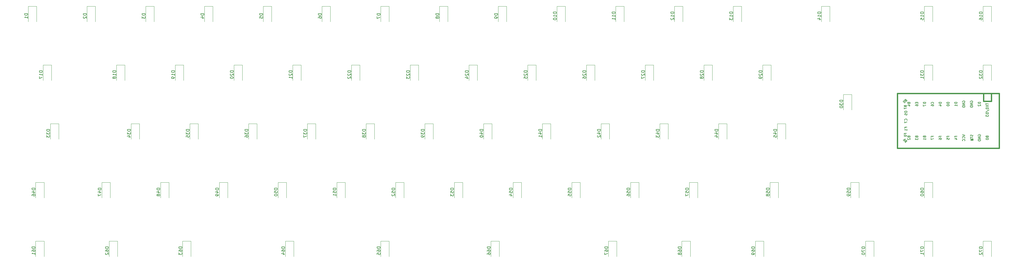
<source format=gbo>
%TF.GenerationSoftware,KiCad,Pcbnew,(5.99.0-12974-ge12f9a194d)*%
%TF.CreationDate,2022-03-06T12:10:11+01:00*%
%TF.ProjectId,lazercut,6c617a65-7263-4757-942e-6b696361645f,rev?*%
%TF.SameCoordinates,Original*%
%TF.FileFunction,Legend,Bot*%
%TF.FilePolarity,Positive*%
%FSLAX46Y46*%
G04 Gerber Fmt 4.6, Leading zero omitted, Abs format (unit mm)*
G04 Created by KiCad (PCBNEW (5.99.0-12974-ge12f9a194d)) date 2022-03-06 12:10:11*
%MOMM*%
%LPD*%
G01*
G04 APERTURE LIST*
%ADD10C,0.150000*%
%ADD11C,0.381000*%
%ADD12C,0.120000*%
%ADD13R,1.752600X1.752600*%
%ADD14C,1.752600*%
%ADD15C,2.200000*%
%ADD16C,1.750000*%
%ADD17C,3.987800*%
%ADD18R,2.550000X2.500000*%
%ADD19R,2.100000X1.400000*%
G04 APERTURE END LIST*
D10*
X341191904Y-77038333D02*
X341991904Y-77305000D01*
X341191904Y-77571666D01*
X341915714Y-78295476D02*
X341953809Y-78257380D01*
X341991904Y-78143095D01*
X341991904Y-78066904D01*
X341953809Y-77952619D01*
X341877619Y-77876428D01*
X341801428Y-77838333D01*
X341649047Y-77800238D01*
X341534761Y-77800238D01*
X341382380Y-77838333D01*
X341306190Y-77876428D01*
X341230000Y-77952619D01*
X341191904Y-78066904D01*
X341191904Y-78143095D01*
X341230000Y-78257380D01*
X341268095Y-78295476D01*
X341915714Y-79095476D02*
X341953809Y-79057380D01*
X341991904Y-78943095D01*
X341991904Y-78866904D01*
X341953809Y-78752619D01*
X341877619Y-78676428D01*
X341801428Y-78638333D01*
X341649047Y-78600238D01*
X341534761Y-78600238D01*
X341382380Y-78638333D01*
X341306190Y-78676428D01*
X341230000Y-78752619D01*
X341191904Y-78866904D01*
X341191904Y-78943095D01*
X341230000Y-79057380D01*
X341268095Y-79095476D01*
X329291904Y-66592523D02*
X328491904Y-66592523D01*
X328491904Y-66783000D01*
X328530000Y-66897285D01*
X328606190Y-66973476D01*
X328682380Y-67011571D01*
X328834761Y-67049666D01*
X328949047Y-67049666D01*
X329101428Y-67011571D01*
X329177619Y-66973476D01*
X329253809Y-66897285D01*
X329291904Y-66783000D01*
X329291904Y-66592523D01*
X328491904Y-67316333D02*
X328491904Y-67849666D01*
X329291904Y-67506809D01*
X323241904Y-69513523D02*
X322441904Y-69513523D01*
X322441904Y-69704000D01*
X322480000Y-69818285D01*
X322556190Y-69894476D01*
X322632380Y-69932571D01*
X322784761Y-69970666D01*
X322899047Y-69970666D01*
X323051428Y-69932571D01*
X323127619Y-69894476D01*
X323203809Y-69818285D01*
X323241904Y-69704000D01*
X323241904Y-69513523D01*
X322441904Y-70694476D02*
X322441904Y-70313523D01*
X322822857Y-70275428D01*
X322784761Y-70313523D01*
X322746666Y-70389714D01*
X322746666Y-70580190D01*
X322784761Y-70656380D01*
X322822857Y-70694476D01*
X322899047Y-70732571D01*
X323089523Y-70732571D01*
X323165714Y-70694476D01*
X323203809Y-70656380D01*
X323241904Y-70580190D01*
X323241904Y-70389714D01*
X323203809Y-70313523D01*
X323165714Y-70275428D01*
X331412857Y-77838333D02*
X331412857Y-77571666D01*
X331831904Y-77571666D02*
X331031904Y-77571666D01*
X331031904Y-77952619D01*
X331031904Y-78181190D02*
X331031904Y-78714523D01*
X331831904Y-78371666D01*
X336911904Y-66592523D02*
X336111904Y-66592523D01*
X336111904Y-66783000D01*
X336150000Y-66897285D01*
X336226190Y-66973476D01*
X336302380Y-67011571D01*
X336454761Y-67049666D01*
X336569047Y-67049666D01*
X336721428Y-67011571D01*
X336797619Y-66973476D01*
X336873809Y-66897285D01*
X336911904Y-66783000D01*
X336911904Y-66592523D01*
X336111904Y-67544904D02*
X336111904Y-67621095D01*
X336150000Y-67697285D01*
X336188095Y-67735380D01*
X336264285Y-67773476D01*
X336416666Y-67811571D01*
X336607142Y-67811571D01*
X336759523Y-67773476D01*
X336835714Y-67735380D01*
X336873809Y-67697285D01*
X336911904Y-67621095D01*
X336911904Y-67544904D01*
X336873809Y-67468714D01*
X336835714Y-67430619D01*
X336759523Y-67392523D01*
X336607142Y-67354428D01*
X336416666Y-67354428D01*
X336264285Y-67392523D01*
X336188095Y-67430619D01*
X336150000Y-67468714D01*
X336111904Y-67544904D01*
X331755714Y-67049666D02*
X331793809Y-67011571D01*
X331831904Y-66897285D01*
X331831904Y-66821095D01*
X331793809Y-66706809D01*
X331717619Y-66630619D01*
X331641428Y-66592523D01*
X331489047Y-66554428D01*
X331374761Y-66554428D01*
X331222380Y-66592523D01*
X331146190Y-66630619D01*
X331070000Y-66706809D01*
X331031904Y-66821095D01*
X331031904Y-66897285D01*
X331070000Y-67011571D01*
X331108095Y-67049666D01*
X331031904Y-67735380D02*
X331031904Y-67583000D01*
X331070000Y-67506809D01*
X331108095Y-67468714D01*
X331222380Y-67392523D01*
X331374761Y-67354428D01*
X331679523Y-67354428D01*
X331755714Y-67392523D01*
X331793809Y-67430619D01*
X331831904Y-67506809D01*
X331831904Y-67659190D01*
X331793809Y-67735380D01*
X331755714Y-67773476D01*
X331679523Y-67811571D01*
X331489047Y-67811571D01*
X331412857Y-67773476D01*
X331374761Y-67735380D01*
X331336666Y-67659190D01*
X331336666Y-67506809D01*
X331374761Y-67430619D01*
X331412857Y-67392523D01*
X331489047Y-67354428D01*
X322630000Y-67860666D02*
X322663333Y-67960666D01*
X322696666Y-67994000D01*
X322763333Y-68027333D01*
X322863333Y-68027333D01*
X322930000Y-67994000D01*
X322963333Y-67960666D01*
X322996666Y-67894000D01*
X322996666Y-67627333D01*
X322296666Y-67627333D01*
X322296666Y-67860666D01*
X322330000Y-67927333D01*
X322363333Y-67960666D01*
X322430000Y-67994000D01*
X322496666Y-67994000D01*
X322563333Y-67960666D01*
X322596666Y-67927333D01*
X322630000Y-67860666D01*
X322630000Y-67627333D01*
X322296666Y-68260666D02*
X322296666Y-68727333D01*
X322996666Y-68427333D01*
X326332857Y-77781190D02*
X326370952Y-77895476D01*
X326409047Y-77933571D01*
X326485238Y-77971666D01*
X326599523Y-77971666D01*
X326675714Y-77933571D01*
X326713809Y-77895476D01*
X326751904Y-77819285D01*
X326751904Y-77514523D01*
X325951904Y-77514523D01*
X325951904Y-77781190D01*
X325990000Y-77857380D01*
X326028095Y-77895476D01*
X326104285Y-77933571D01*
X326180476Y-77933571D01*
X326256666Y-77895476D01*
X326294761Y-77857380D01*
X326332857Y-77781190D01*
X326332857Y-77514523D01*
X325951904Y-78238333D02*
X325951904Y-78733571D01*
X326256666Y-78466904D01*
X326256666Y-78581190D01*
X326294761Y-78657380D01*
X326332857Y-78695476D01*
X326409047Y-78733571D01*
X326599523Y-78733571D01*
X326675714Y-78695476D01*
X326713809Y-78657380D01*
X326751904Y-78581190D01*
X326751904Y-78352619D01*
X326713809Y-78276428D01*
X326675714Y-78238333D01*
X346310000Y-77495476D02*
X346271904Y-77419285D01*
X346271904Y-77305000D01*
X346310000Y-77190714D01*
X346386190Y-77114523D01*
X346462380Y-77076428D01*
X346614761Y-77038333D01*
X346729047Y-77038333D01*
X346881428Y-77076428D01*
X346957619Y-77114523D01*
X347033809Y-77190714D01*
X347071904Y-77305000D01*
X347071904Y-77381190D01*
X347033809Y-77495476D01*
X346995714Y-77533571D01*
X346729047Y-77533571D01*
X346729047Y-77381190D01*
X347071904Y-77876428D02*
X346271904Y-77876428D01*
X347071904Y-78333571D01*
X346271904Y-78333571D01*
X347071904Y-78714523D02*
X346271904Y-78714523D01*
X346271904Y-78905000D01*
X346310000Y-79019285D01*
X346386190Y-79095476D01*
X346462380Y-79133571D01*
X346614761Y-79171666D01*
X346729047Y-79171666D01*
X346881428Y-79133571D01*
X346957619Y-79095476D01*
X347033809Y-79019285D01*
X347071904Y-78905000D01*
X347071904Y-78714523D01*
X348811904Y-66881651D02*
X348811904Y-67338794D01*
X349611904Y-67110223D02*
X348811904Y-67110223D01*
X348811904Y-67529270D02*
X349611904Y-68062604D01*
X348811904Y-68062604D02*
X349611904Y-67529270D01*
X348811904Y-68519747D02*
X348811904Y-68595937D01*
X348850000Y-68672128D01*
X348888095Y-68710223D01*
X348964285Y-68748318D01*
X349116666Y-68786413D01*
X349307142Y-68786413D01*
X349459523Y-68748318D01*
X349535714Y-68710223D01*
X349573809Y-68672128D01*
X349611904Y-68595937D01*
X349611904Y-68519747D01*
X349573809Y-68443556D01*
X349535714Y-68405461D01*
X349459523Y-68367366D01*
X349307142Y-68329270D01*
X349116666Y-68329270D01*
X348964285Y-68367366D01*
X348888095Y-68405461D01*
X348850000Y-68443556D01*
X348811904Y-68519747D01*
X348773809Y-69700699D02*
X349802380Y-69014985D01*
X349611904Y-69967366D02*
X348811904Y-69967366D01*
X348811904Y-70157842D01*
X348850000Y-70272128D01*
X348926190Y-70348318D01*
X349002380Y-70386413D01*
X349154761Y-70424508D01*
X349269047Y-70424508D01*
X349421428Y-70386413D01*
X349497619Y-70348318D01*
X349573809Y-70272128D01*
X349611904Y-70157842D01*
X349611904Y-69967366D01*
X348811904Y-70691175D02*
X348811904Y-71186413D01*
X349116666Y-70919747D01*
X349116666Y-71034032D01*
X349154761Y-71110223D01*
X349192857Y-71148318D01*
X349269047Y-71186413D01*
X349459523Y-71186413D01*
X349535714Y-71148318D01*
X349573809Y-71110223D01*
X349611904Y-71034032D01*
X349611904Y-70805461D01*
X349573809Y-70729270D01*
X349535714Y-70691175D01*
X344513809Y-77150666D02*
X344551904Y-77264952D01*
X344551904Y-77455428D01*
X344513809Y-77531619D01*
X344475714Y-77569714D01*
X344399523Y-77607809D01*
X344323333Y-77607809D01*
X344247142Y-77569714D01*
X344209047Y-77531619D01*
X344170952Y-77455428D01*
X344132857Y-77303047D01*
X344094761Y-77226857D01*
X344056666Y-77188761D01*
X343980476Y-77150666D01*
X343904285Y-77150666D01*
X343828095Y-77188761D01*
X343790000Y-77226857D01*
X343751904Y-77303047D01*
X343751904Y-77493523D01*
X343790000Y-77607809D01*
X343751904Y-77836380D02*
X343751904Y-78293523D01*
X344551904Y-78064952D02*
X343751904Y-78064952D01*
X326332857Y-66630619D02*
X326332857Y-66897285D01*
X326751904Y-67011571D02*
X326751904Y-66630619D01*
X325951904Y-66630619D01*
X325951904Y-67011571D01*
X325951904Y-67697285D02*
X325951904Y-67544904D01*
X325990000Y-67468714D01*
X326028095Y-67430619D01*
X326142380Y-67354428D01*
X326294761Y-67316333D01*
X326599523Y-67316333D01*
X326675714Y-67354428D01*
X326713809Y-67392523D01*
X326751904Y-67468714D01*
X326751904Y-67621095D01*
X326713809Y-67697285D01*
X326675714Y-67735380D01*
X326599523Y-67773476D01*
X326409047Y-67773476D01*
X326332857Y-67735380D01*
X326294761Y-67697285D01*
X326256666Y-67621095D01*
X326256666Y-67468714D01*
X326294761Y-67392523D01*
X326332857Y-67354428D01*
X326409047Y-67316333D01*
X333952857Y-77838333D02*
X333952857Y-77571666D01*
X334371904Y-77571666D02*
X333571904Y-77571666D01*
X333571904Y-77952619D01*
X333571904Y-78600238D02*
X333571904Y-78447857D01*
X333610000Y-78371666D01*
X333648095Y-78333571D01*
X333762380Y-78257380D01*
X333914761Y-78219285D01*
X334219523Y-78219285D01*
X334295714Y-78257380D01*
X334333809Y-78295476D01*
X334371904Y-78371666D01*
X334371904Y-78524047D01*
X334333809Y-78600238D01*
X334295714Y-78638333D01*
X334219523Y-78676428D01*
X334029047Y-78676428D01*
X333952857Y-78638333D01*
X333914761Y-78600238D01*
X333876666Y-78524047D01*
X333876666Y-78371666D01*
X333914761Y-78295476D01*
X333952857Y-78257380D01*
X334029047Y-78219285D01*
X322815702Y-79208991D02*
X322721421Y-79161851D01*
X322674280Y-79161851D01*
X322603570Y-79185421D01*
X322532859Y-79256132D01*
X322509289Y-79326842D01*
X322509289Y-79373983D01*
X322532859Y-79444693D01*
X322721421Y-79633255D01*
X323216396Y-79138280D01*
X323051404Y-78973289D01*
X322980693Y-78949719D01*
X322933553Y-78949719D01*
X322862842Y-78973289D01*
X322815702Y-79020429D01*
X322792132Y-79091140D01*
X322792132Y-79138280D01*
X322815702Y-79208991D01*
X322980693Y-79373983D01*
X322509289Y-78431174D02*
X322603570Y-78525455D01*
X322627140Y-78596165D01*
X322627140Y-78643306D01*
X322603570Y-78761157D01*
X322532859Y-78879008D01*
X322344297Y-79067570D01*
X322273587Y-79091140D01*
X322226446Y-79091140D01*
X322155735Y-79067570D01*
X322061455Y-78973289D01*
X322037884Y-78902578D01*
X322037884Y-78855438D01*
X322061455Y-78784727D01*
X322179306Y-78666876D01*
X322250016Y-78643306D01*
X322297157Y-78643306D01*
X322367867Y-78666876D01*
X322462148Y-78761157D01*
X322485719Y-78831867D01*
X322485719Y-78879008D01*
X322462148Y-78949719D01*
X323792857Y-66859190D02*
X323830952Y-66973476D01*
X323869047Y-67011571D01*
X323945238Y-67049666D01*
X324059523Y-67049666D01*
X324135714Y-67011571D01*
X324173809Y-66973476D01*
X324211904Y-66897285D01*
X324211904Y-66592523D01*
X323411904Y-66592523D01*
X323411904Y-66859190D01*
X323450000Y-66935380D01*
X323488095Y-66973476D01*
X323564285Y-67011571D01*
X323640476Y-67011571D01*
X323716666Y-66973476D01*
X323754761Y-66935380D01*
X323792857Y-66859190D01*
X323792857Y-66592523D01*
X323678571Y-67735380D02*
X324211904Y-67735380D01*
X323373809Y-67544904D02*
X323945238Y-67354428D01*
X323945238Y-67849666D01*
X322744991Y-66008297D02*
X322697851Y-66102578D01*
X322697851Y-66149719D01*
X322721421Y-66220429D01*
X322792132Y-66291140D01*
X322862842Y-66314710D01*
X322909983Y-66314710D01*
X322980693Y-66291140D01*
X323169255Y-66102578D01*
X322674280Y-65607603D01*
X322509289Y-65772595D01*
X322485719Y-65843306D01*
X322485719Y-65890446D01*
X322509289Y-65961157D01*
X322556429Y-66008297D01*
X322627140Y-66031867D01*
X322674280Y-66031867D01*
X322744991Y-66008297D01*
X322909983Y-65843306D01*
X321943603Y-66338280D02*
X322179306Y-66102578D01*
X322438578Y-66314710D01*
X322391438Y-66314710D01*
X322320727Y-66338280D01*
X322202876Y-66456132D01*
X322179306Y-66526842D01*
X322179306Y-66573983D01*
X322202876Y-66644693D01*
X322320727Y-66762544D01*
X322391438Y-66786115D01*
X322438578Y-66786115D01*
X322509289Y-66762544D01*
X322627140Y-66644693D01*
X322650710Y-66573983D01*
X322650710Y-66526842D01*
X336492857Y-77838333D02*
X336492857Y-77571666D01*
X336911904Y-77571666D02*
X336111904Y-77571666D01*
X336111904Y-77952619D01*
X336111904Y-78638333D02*
X336111904Y-78257380D01*
X336492857Y-78219285D01*
X336454761Y-78257380D01*
X336416666Y-78333571D01*
X336416666Y-78524047D01*
X336454761Y-78600238D01*
X336492857Y-78638333D01*
X336569047Y-78676428D01*
X336759523Y-78676428D01*
X336835714Y-78638333D01*
X336873809Y-78600238D01*
X336911904Y-78524047D01*
X336911904Y-78333571D01*
X336873809Y-78257380D01*
X336835714Y-78219285D01*
X334371904Y-66592523D02*
X333571904Y-66592523D01*
X333571904Y-66783000D01*
X333610000Y-66897285D01*
X333686190Y-66973476D01*
X333762380Y-67011571D01*
X333914761Y-67049666D01*
X334029047Y-67049666D01*
X334181428Y-67011571D01*
X334257619Y-66973476D01*
X334333809Y-66897285D01*
X334371904Y-66783000D01*
X334371904Y-66592523D01*
X333838571Y-67735380D02*
X334371904Y-67735380D01*
X333533809Y-67544904D02*
X334105238Y-67354428D01*
X334105238Y-67849666D01*
X328872857Y-77781190D02*
X328910952Y-77895476D01*
X328949047Y-77933571D01*
X329025238Y-77971666D01*
X329139523Y-77971666D01*
X329215714Y-77933571D01*
X329253809Y-77895476D01*
X329291904Y-77819285D01*
X329291904Y-77514523D01*
X328491904Y-77514523D01*
X328491904Y-77781190D01*
X328530000Y-77857380D01*
X328568095Y-77895476D01*
X328644285Y-77933571D01*
X328720476Y-77933571D01*
X328796666Y-77895476D01*
X328834761Y-77857380D01*
X328872857Y-77781190D01*
X328872857Y-77514523D01*
X329291904Y-78733571D02*
X329291904Y-78276428D01*
X329291904Y-78505000D02*
X328491904Y-78505000D01*
X328606190Y-78428809D01*
X328682380Y-78352619D01*
X328720476Y-78276428D01*
X349192857Y-77781190D02*
X349230952Y-77895476D01*
X349269047Y-77933571D01*
X349345238Y-77971666D01*
X349459523Y-77971666D01*
X349535714Y-77933571D01*
X349573809Y-77895476D01*
X349611904Y-77819285D01*
X349611904Y-77514523D01*
X348811904Y-77514523D01*
X348811904Y-77781190D01*
X348850000Y-77857380D01*
X348888095Y-77895476D01*
X348964285Y-77933571D01*
X349040476Y-77933571D01*
X349116666Y-77895476D01*
X349154761Y-77857380D01*
X349192857Y-77781190D01*
X349192857Y-77514523D01*
X348811904Y-78466904D02*
X348811904Y-78543095D01*
X348850000Y-78619285D01*
X348888095Y-78657380D01*
X348964285Y-78695476D01*
X349116666Y-78733571D01*
X349307142Y-78733571D01*
X349459523Y-78695476D01*
X349535714Y-78657380D01*
X349573809Y-78619285D01*
X349611904Y-78543095D01*
X349611904Y-78466904D01*
X349573809Y-78390714D01*
X349535714Y-78352619D01*
X349459523Y-78314523D01*
X349307142Y-78276428D01*
X349116666Y-78276428D01*
X348964285Y-78314523D01*
X348888095Y-78352619D01*
X348850000Y-78390714D01*
X348811904Y-78466904D01*
X323792857Y-77781190D02*
X323830952Y-77895476D01*
X323869047Y-77933571D01*
X323945238Y-77971666D01*
X324059523Y-77971666D01*
X324135714Y-77933571D01*
X324173809Y-77895476D01*
X324211904Y-77819285D01*
X324211904Y-77514523D01*
X323411904Y-77514523D01*
X323411904Y-77781190D01*
X323450000Y-77857380D01*
X323488095Y-77895476D01*
X323564285Y-77933571D01*
X323640476Y-77933571D01*
X323716666Y-77895476D01*
X323754761Y-77857380D01*
X323792857Y-77781190D01*
X323792857Y-77514523D01*
X323488095Y-78276428D02*
X323450000Y-78314523D01*
X323411904Y-78390714D01*
X323411904Y-78581190D01*
X323450000Y-78657380D01*
X323488095Y-78695476D01*
X323564285Y-78733571D01*
X323640476Y-78733571D01*
X323754761Y-78695476D01*
X324211904Y-78238333D01*
X324211904Y-78733571D01*
X343770000Y-66573476D02*
X343731904Y-66497285D01*
X343731904Y-66383000D01*
X343770000Y-66268714D01*
X343846190Y-66192523D01*
X343922380Y-66154428D01*
X344074761Y-66116333D01*
X344189047Y-66116333D01*
X344341428Y-66154428D01*
X344417619Y-66192523D01*
X344493809Y-66268714D01*
X344531904Y-66383000D01*
X344531904Y-66459190D01*
X344493809Y-66573476D01*
X344455714Y-66611571D01*
X344189047Y-66611571D01*
X344189047Y-66459190D01*
X344531904Y-66954428D02*
X343731904Y-66954428D01*
X344531904Y-67411571D01*
X343731904Y-67411571D01*
X344531904Y-67792523D02*
X343731904Y-67792523D01*
X343731904Y-67983000D01*
X343770000Y-68097285D01*
X343846190Y-68173476D01*
X343922380Y-68211571D01*
X344074761Y-68249666D01*
X344189047Y-68249666D01*
X344341428Y-68211571D01*
X344417619Y-68173476D01*
X344493809Y-68097285D01*
X344531904Y-67983000D01*
X344531904Y-67792523D01*
X339032857Y-77838333D02*
X339032857Y-77571666D01*
X339451904Y-77571666D02*
X338651904Y-77571666D01*
X338651904Y-77952619D01*
X338918571Y-78600238D02*
X339451904Y-78600238D01*
X338613809Y-78409761D02*
X339185238Y-78219285D01*
X339185238Y-78714523D01*
X323165714Y-72510666D02*
X323203809Y-72472571D01*
X323241904Y-72358285D01*
X323241904Y-72282095D01*
X323203809Y-72167809D01*
X323127619Y-72091619D01*
X323051428Y-72053523D01*
X322899047Y-72015428D01*
X322784761Y-72015428D01*
X322632380Y-72053523D01*
X322556190Y-72091619D01*
X322480000Y-72167809D01*
X322441904Y-72282095D01*
X322441904Y-72358285D01*
X322480000Y-72472571D01*
X322518095Y-72510666D01*
X322441904Y-72777333D02*
X322441904Y-73310666D01*
X323241904Y-72967809D01*
X347071904Y-66592523D02*
X346271904Y-66592523D01*
X346271904Y-66783000D01*
X346310000Y-66897285D01*
X346386190Y-66973476D01*
X346462380Y-67011571D01*
X346614761Y-67049666D01*
X346729047Y-67049666D01*
X346881428Y-67011571D01*
X346957619Y-66973476D01*
X347033809Y-66897285D01*
X347071904Y-66783000D01*
X347071904Y-66592523D01*
X346348095Y-67354428D02*
X346310000Y-67392523D01*
X346271904Y-67468714D01*
X346271904Y-67659190D01*
X346310000Y-67735380D01*
X346348095Y-67773476D01*
X346424285Y-67811571D01*
X346500476Y-67811571D01*
X346614761Y-67773476D01*
X347071904Y-67316333D01*
X347071904Y-67811571D01*
X322822857Y-74917333D02*
X322822857Y-74650666D01*
X323241904Y-74650666D02*
X322441904Y-74650666D01*
X322441904Y-75031619D01*
X323241904Y-75755428D02*
X323241904Y-75298285D01*
X323241904Y-75526857D02*
X322441904Y-75526857D01*
X322556190Y-75450666D01*
X322632380Y-75374476D01*
X322670476Y-75298285D01*
X339451904Y-66592523D02*
X338651904Y-66592523D01*
X338651904Y-66783000D01*
X338690000Y-66897285D01*
X338766190Y-66973476D01*
X338842380Y-67011571D01*
X338994761Y-67049666D01*
X339109047Y-67049666D01*
X339261428Y-67011571D01*
X339337619Y-66973476D01*
X339413809Y-66897285D01*
X339451904Y-66783000D01*
X339451904Y-66592523D01*
X339451904Y-67811571D02*
X339451904Y-67354428D01*
X339451904Y-67583000D02*
X338651904Y-67583000D01*
X338766190Y-67506809D01*
X338842380Y-67430619D01*
X338880476Y-67354428D01*
X322630000Y-76910666D02*
X322630000Y-76677333D01*
X322996666Y-76677333D02*
X322296666Y-76677333D01*
X322296666Y-77010666D01*
X322296666Y-77410666D02*
X322296666Y-77477333D01*
X322330000Y-77544000D01*
X322363333Y-77577333D01*
X322430000Y-77610666D01*
X322563333Y-77644000D01*
X322730000Y-77644000D01*
X322863333Y-77610666D01*
X322930000Y-77577333D01*
X322963333Y-77544000D01*
X322996666Y-77477333D01*
X322996666Y-77410666D01*
X322963333Y-77344000D01*
X322930000Y-77310666D01*
X322863333Y-77277333D01*
X322730000Y-77244000D01*
X322563333Y-77244000D01*
X322430000Y-77277333D01*
X322363333Y-77310666D01*
X322330000Y-77344000D01*
X322296666Y-77410666D01*
X341230000Y-66573476D02*
X341191904Y-66497285D01*
X341191904Y-66383000D01*
X341230000Y-66268714D01*
X341306190Y-66192523D01*
X341382380Y-66154428D01*
X341534761Y-66116333D01*
X341649047Y-66116333D01*
X341801428Y-66154428D01*
X341877619Y-66192523D01*
X341953809Y-66268714D01*
X341991904Y-66383000D01*
X341991904Y-66459190D01*
X341953809Y-66573476D01*
X341915714Y-66611571D01*
X341649047Y-66611571D01*
X341649047Y-66459190D01*
X341991904Y-66954428D02*
X341191904Y-66954428D01*
X341991904Y-67411571D01*
X341191904Y-67411571D01*
X341991904Y-67792523D02*
X341191904Y-67792523D01*
X341191904Y-67983000D01*
X341230000Y-68097285D01*
X341306190Y-68173476D01*
X341382380Y-68211571D01*
X341534761Y-68249666D01*
X341649047Y-68249666D01*
X341801428Y-68211571D01*
X341877619Y-68173476D01*
X341953809Y-68097285D01*
X341991904Y-67983000D01*
X341991904Y-67792523D01*
X309519880Y-113540714D02*
X308519880Y-113540714D01*
X308519880Y-113778809D01*
X308567500Y-113921666D01*
X308662738Y-114016904D01*
X308757976Y-114064523D01*
X308948452Y-114112142D01*
X309091309Y-114112142D01*
X309281785Y-114064523D01*
X309377023Y-114016904D01*
X309472261Y-113921666D01*
X309519880Y-113778809D01*
X309519880Y-113540714D01*
X308519880Y-114445476D02*
X308519880Y-115112142D01*
X309519880Y-114683571D01*
X308519880Y-115683571D02*
X308519880Y-115778809D01*
X308567500Y-115874047D01*
X308615119Y-115921666D01*
X308710357Y-115969285D01*
X308900833Y-116016904D01*
X309138928Y-116016904D01*
X309329404Y-115969285D01*
X309424642Y-115921666D01*
X309472261Y-115874047D01*
X309519880Y-115778809D01*
X309519880Y-115683571D01*
X309472261Y-115588333D01*
X309424642Y-115540714D01*
X309329404Y-115493095D01*
X309138928Y-115445476D01*
X308900833Y-115445476D01*
X308710357Y-115493095D01*
X308615119Y-115540714D01*
X308567500Y-115588333D01*
X308519880Y-115683571D01*
X266657380Y-37340714D02*
X265657380Y-37340714D01*
X265657380Y-37578809D01*
X265705000Y-37721666D01*
X265800238Y-37816904D01*
X265895476Y-37864523D01*
X266085952Y-37912142D01*
X266228809Y-37912142D01*
X266419285Y-37864523D01*
X266514523Y-37816904D01*
X266609761Y-37721666D01*
X266657380Y-37578809D01*
X266657380Y-37340714D01*
X266657380Y-38864523D02*
X266657380Y-38293095D01*
X266657380Y-38578809D02*
X265657380Y-38578809D01*
X265800238Y-38483571D01*
X265895476Y-38388333D01*
X265943095Y-38293095D01*
X265657380Y-39197857D02*
X265657380Y-39816904D01*
X266038333Y-39483571D01*
X266038333Y-39626428D01*
X266085952Y-39721666D01*
X266133571Y-39769285D01*
X266228809Y-39816904D01*
X266466904Y-39816904D01*
X266562142Y-39769285D01*
X266609761Y-39721666D01*
X266657380Y-39626428D01*
X266657380Y-39340714D01*
X266609761Y-39245476D01*
X266562142Y-39197857D01*
X347619880Y-113540714D02*
X346619880Y-113540714D01*
X346619880Y-113778809D01*
X346667500Y-113921666D01*
X346762738Y-114016904D01*
X346857976Y-114064523D01*
X347048452Y-114112142D01*
X347191309Y-114112142D01*
X347381785Y-114064523D01*
X347477023Y-114016904D01*
X347572261Y-113921666D01*
X347619880Y-113778809D01*
X347619880Y-113540714D01*
X346619880Y-114445476D02*
X346619880Y-115112142D01*
X347619880Y-114683571D01*
X346715119Y-115445476D02*
X346667500Y-115493095D01*
X346619880Y-115588333D01*
X346619880Y-115826428D01*
X346667500Y-115921666D01*
X346715119Y-115969285D01*
X346810357Y-116016904D01*
X346905595Y-116016904D01*
X347048452Y-115969285D01*
X347619880Y-115397857D01*
X347619880Y-116016904D01*
X147594880Y-75440714D02*
X146594880Y-75440714D01*
X146594880Y-75678809D01*
X146642500Y-75821666D01*
X146737738Y-75916904D01*
X146832976Y-75964523D01*
X147023452Y-76012142D01*
X147166309Y-76012142D01*
X147356785Y-75964523D01*
X147452023Y-75916904D01*
X147547261Y-75821666D01*
X147594880Y-75678809D01*
X147594880Y-75440714D01*
X146594880Y-76345476D02*
X146594880Y-76964523D01*
X146975833Y-76631190D01*
X146975833Y-76774047D01*
X147023452Y-76869285D01*
X147071071Y-76916904D01*
X147166309Y-76964523D01*
X147404404Y-76964523D01*
X147499642Y-76916904D01*
X147547261Y-76869285D01*
X147594880Y-76774047D01*
X147594880Y-76488333D01*
X147547261Y-76393095D01*
X147499642Y-76345476D01*
X147023452Y-77535952D02*
X146975833Y-77440714D01*
X146928214Y-77393095D01*
X146832976Y-77345476D01*
X146785357Y-77345476D01*
X146690119Y-77393095D01*
X146642500Y-77440714D01*
X146594880Y-77535952D01*
X146594880Y-77726428D01*
X146642500Y-77821666D01*
X146690119Y-77869285D01*
X146785357Y-77916904D01*
X146832976Y-77916904D01*
X146928214Y-77869285D01*
X146975833Y-77821666D01*
X147023452Y-77726428D01*
X147023452Y-77535952D01*
X147071071Y-77440714D01*
X147118690Y-77393095D01*
X147213928Y-77345476D01*
X147404404Y-77345476D01*
X147499642Y-77393095D01*
X147547261Y-77440714D01*
X147594880Y-77535952D01*
X147594880Y-77726428D01*
X147547261Y-77821666D01*
X147499642Y-77869285D01*
X147404404Y-77916904D01*
X147213928Y-77916904D01*
X147118690Y-77869285D01*
X147071071Y-77821666D01*
X147023452Y-77726428D01*
X80919880Y-94490714D02*
X79919880Y-94490714D01*
X79919880Y-94728809D01*
X79967500Y-94871666D01*
X80062738Y-94966904D01*
X80157976Y-95014523D01*
X80348452Y-95062142D01*
X80491309Y-95062142D01*
X80681785Y-95014523D01*
X80777023Y-94966904D01*
X80872261Y-94871666D01*
X80919880Y-94728809D01*
X80919880Y-94490714D01*
X80253214Y-95919285D02*
X80919880Y-95919285D01*
X79872261Y-95681190D02*
X80586547Y-95443095D01*
X80586547Y-96062142D01*
X80348452Y-96585952D02*
X80300833Y-96490714D01*
X80253214Y-96443095D01*
X80157976Y-96395476D01*
X80110357Y-96395476D01*
X80015119Y-96443095D01*
X79967500Y-96490714D01*
X79919880Y-96585952D01*
X79919880Y-96776428D01*
X79967500Y-96871666D01*
X80015119Y-96919285D01*
X80110357Y-96966904D01*
X80157976Y-96966904D01*
X80253214Y-96919285D01*
X80300833Y-96871666D01*
X80348452Y-96776428D01*
X80348452Y-96585952D01*
X80396071Y-96490714D01*
X80443690Y-96443095D01*
X80538928Y-96395476D01*
X80729404Y-96395476D01*
X80824642Y-96443095D01*
X80872261Y-96490714D01*
X80919880Y-96585952D01*
X80919880Y-96776428D01*
X80872261Y-96871666D01*
X80824642Y-96919285D01*
X80729404Y-96966904D01*
X80538928Y-96966904D01*
X80443690Y-96919285D01*
X80396071Y-96871666D01*
X80348452Y-96776428D01*
X57107380Y-37816904D02*
X56107380Y-37816904D01*
X56107380Y-38055000D01*
X56155000Y-38197857D01*
X56250238Y-38293095D01*
X56345476Y-38340714D01*
X56535952Y-38388333D01*
X56678809Y-38388333D01*
X56869285Y-38340714D01*
X56964523Y-38293095D01*
X57059761Y-38197857D01*
X57107380Y-38055000D01*
X57107380Y-37816904D01*
X56202619Y-38769285D02*
X56155000Y-38816904D01*
X56107380Y-38912142D01*
X56107380Y-39150238D01*
X56155000Y-39245476D01*
X56202619Y-39293095D01*
X56297857Y-39340714D01*
X56393095Y-39340714D01*
X56535952Y-39293095D01*
X57107380Y-38721666D01*
X57107380Y-39340714D01*
X228557380Y-37340714D02*
X227557380Y-37340714D01*
X227557380Y-37578809D01*
X227605000Y-37721666D01*
X227700238Y-37816904D01*
X227795476Y-37864523D01*
X227985952Y-37912142D01*
X228128809Y-37912142D01*
X228319285Y-37864523D01*
X228414523Y-37816904D01*
X228509761Y-37721666D01*
X228557380Y-37578809D01*
X228557380Y-37340714D01*
X228557380Y-38864523D02*
X228557380Y-38293095D01*
X228557380Y-38578809D02*
X227557380Y-38578809D01*
X227700238Y-38483571D01*
X227795476Y-38388333D01*
X227843095Y-38293095D01*
X228557380Y-39816904D02*
X228557380Y-39245476D01*
X228557380Y-39531190D02*
X227557380Y-39531190D01*
X227700238Y-39435952D01*
X227795476Y-39340714D01*
X227843095Y-39245476D01*
X295232380Y-37340714D02*
X294232380Y-37340714D01*
X294232380Y-37578809D01*
X294280000Y-37721666D01*
X294375238Y-37816904D01*
X294470476Y-37864523D01*
X294660952Y-37912142D01*
X294803809Y-37912142D01*
X294994285Y-37864523D01*
X295089523Y-37816904D01*
X295184761Y-37721666D01*
X295232380Y-37578809D01*
X295232380Y-37340714D01*
X295232380Y-38864523D02*
X295232380Y-38293095D01*
X295232380Y-38578809D02*
X294232380Y-38578809D01*
X294375238Y-38483571D01*
X294470476Y-38388333D01*
X294518095Y-38293095D01*
X294565714Y-39721666D02*
X295232380Y-39721666D01*
X294184761Y-39483571D02*
X294899047Y-39245476D01*
X294899047Y-39864523D01*
X328569880Y-37340714D02*
X327569880Y-37340714D01*
X327569880Y-37578809D01*
X327617500Y-37721666D01*
X327712738Y-37816904D01*
X327807976Y-37864523D01*
X327998452Y-37912142D01*
X328141309Y-37912142D01*
X328331785Y-37864523D01*
X328427023Y-37816904D01*
X328522261Y-37721666D01*
X328569880Y-37578809D01*
X328569880Y-37340714D01*
X328569880Y-38864523D02*
X328569880Y-38293095D01*
X328569880Y-38578809D02*
X327569880Y-38578809D01*
X327712738Y-38483571D01*
X327807976Y-38388333D01*
X327855595Y-38293095D01*
X327569880Y-39769285D02*
X327569880Y-39293095D01*
X328046071Y-39245476D01*
X327998452Y-39293095D01*
X327950833Y-39388333D01*
X327950833Y-39626428D01*
X327998452Y-39721666D01*
X328046071Y-39769285D01*
X328141309Y-39816904D01*
X328379404Y-39816904D01*
X328474642Y-39769285D01*
X328522261Y-39721666D01*
X328569880Y-39626428D01*
X328569880Y-39388333D01*
X328522261Y-39293095D01*
X328474642Y-39245476D01*
X195219880Y-94490714D02*
X194219880Y-94490714D01*
X194219880Y-94728809D01*
X194267500Y-94871666D01*
X194362738Y-94966904D01*
X194457976Y-95014523D01*
X194648452Y-95062142D01*
X194791309Y-95062142D01*
X194981785Y-95014523D01*
X195077023Y-94966904D01*
X195172261Y-94871666D01*
X195219880Y-94728809D01*
X195219880Y-94490714D01*
X194219880Y-95966904D02*
X194219880Y-95490714D01*
X194696071Y-95443095D01*
X194648452Y-95490714D01*
X194600833Y-95585952D01*
X194600833Y-95824047D01*
X194648452Y-95919285D01*
X194696071Y-95966904D01*
X194791309Y-96014523D01*
X195029404Y-96014523D01*
X195124642Y-95966904D01*
X195172261Y-95919285D01*
X195219880Y-95824047D01*
X195219880Y-95585952D01*
X195172261Y-95490714D01*
X195124642Y-95443095D01*
X194553214Y-96871666D02*
X195219880Y-96871666D01*
X194172261Y-96633571D02*
X194886547Y-96395476D01*
X194886547Y-97014523D01*
X180932380Y-56390714D02*
X179932380Y-56390714D01*
X179932380Y-56628809D01*
X179980000Y-56771666D01*
X180075238Y-56866904D01*
X180170476Y-56914523D01*
X180360952Y-56962142D01*
X180503809Y-56962142D01*
X180694285Y-56914523D01*
X180789523Y-56866904D01*
X180884761Y-56771666D01*
X180932380Y-56628809D01*
X180932380Y-56390714D01*
X180027619Y-57343095D02*
X179980000Y-57390714D01*
X179932380Y-57485952D01*
X179932380Y-57724047D01*
X179980000Y-57819285D01*
X180027619Y-57866904D01*
X180122857Y-57914523D01*
X180218095Y-57914523D01*
X180360952Y-57866904D01*
X180932380Y-57295476D01*
X180932380Y-57914523D01*
X180265714Y-58771666D02*
X180932380Y-58771666D01*
X179884761Y-58533571D02*
X180599047Y-58295476D01*
X180599047Y-58914523D01*
X257132380Y-56390714D02*
X256132380Y-56390714D01*
X256132380Y-56628809D01*
X256180000Y-56771666D01*
X256275238Y-56866904D01*
X256370476Y-56914523D01*
X256560952Y-56962142D01*
X256703809Y-56962142D01*
X256894285Y-56914523D01*
X256989523Y-56866904D01*
X257084761Y-56771666D01*
X257132380Y-56628809D01*
X257132380Y-56390714D01*
X256227619Y-57343095D02*
X256180000Y-57390714D01*
X256132380Y-57485952D01*
X256132380Y-57724047D01*
X256180000Y-57819285D01*
X256227619Y-57866904D01*
X256322857Y-57914523D01*
X256418095Y-57914523D01*
X256560952Y-57866904D01*
X257132380Y-57295476D01*
X257132380Y-57914523D01*
X256560952Y-58485952D02*
X256513333Y-58390714D01*
X256465714Y-58343095D01*
X256370476Y-58295476D01*
X256322857Y-58295476D01*
X256227619Y-58343095D01*
X256180000Y-58390714D01*
X256132380Y-58485952D01*
X256132380Y-58676428D01*
X256180000Y-58771666D01*
X256227619Y-58819285D01*
X256322857Y-58866904D01*
X256370476Y-58866904D01*
X256465714Y-58819285D01*
X256513333Y-58771666D01*
X256560952Y-58676428D01*
X256560952Y-58485952D01*
X256608571Y-58390714D01*
X256656190Y-58343095D01*
X256751428Y-58295476D01*
X256941904Y-58295476D01*
X257037142Y-58343095D01*
X257084761Y-58390714D01*
X257132380Y-58485952D01*
X257132380Y-58676428D01*
X257084761Y-58771666D01*
X257037142Y-58819285D01*
X256941904Y-58866904D01*
X256751428Y-58866904D01*
X256656190Y-58819285D01*
X256608571Y-58771666D01*
X256560952Y-58676428D01*
X304757380Y-94490714D02*
X303757380Y-94490714D01*
X303757380Y-94728809D01*
X303805000Y-94871666D01*
X303900238Y-94966904D01*
X303995476Y-95014523D01*
X304185952Y-95062142D01*
X304328809Y-95062142D01*
X304519285Y-95014523D01*
X304614523Y-94966904D01*
X304709761Y-94871666D01*
X304757380Y-94728809D01*
X304757380Y-94490714D01*
X303757380Y-95966904D02*
X303757380Y-95490714D01*
X304233571Y-95443095D01*
X304185952Y-95490714D01*
X304138333Y-95585952D01*
X304138333Y-95824047D01*
X304185952Y-95919285D01*
X304233571Y-95966904D01*
X304328809Y-96014523D01*
X304566904Y-96014523D01*
X304662142Y-95966904D01*
X304709761Y-95919285D01*
X304757380Y-95824047D01*
X304757380Y-95585952D01*
X304709761Y-95490714D01*
X304662142Y-95443095D01*
X304757380Y-96490714D02*
X304757380Y-96681190D01*
X304709761Y-96776428D01*
X304662142Y-96824047D01*
X304519285Y-96919285D01*
X304328809Y-96966904D01*
X303947857Y-96966904D01*
X303852619Y-96919285D01*
X303805000Y-96871666D01*
X303757380Y-96776428D01*
X303757380Y-96585952D01*
X303805000Y-96490714D01*
X303852619Y-96443095D01*
X303947857Y-96395476D01*
X304185952Y-96395476D01*
X304281190Y-96443095D01*
X304328809Y-96490714D01*
X304376428Y-96585952D01*
X304376428Y-96776428D01*
X304328809Y-96871666D01*
X304281190Y-96919285D01*
X304185952Y-96966904D01*
X114257380Y-37816904D02*
X113257380Y-37816904D01*
X113257380Y-38055000D01*
X113305000Y-38197857D01*
X113400238Y-38293095D01*
X113495476Y-38340714D01*
X113685952Y-38388333D01*
X113828809Y-38388333D01*
X114019285Y-38340714D01*
X114114523Y-38293095D01*
X114209761Y-38197857D01*
X114257380Y-38055000D01*
X114257380Y-37816904D01*
X113257380Y-39293095D02*
X113257380Y-38816904D01*
X113733571Y-38769285D01*
X113685952Y-38816904D01*
X113638333Y-38912142D01*
X113638333Y-39150238D01*
X113685952Y-39245476D01*
X113733571Y-39293095D01*
X113828809Y-39340714D01*
X114066904Y-39340714D01*
X114162142Y-39293095D01*
X114209761Y-39245476D01*
X114257380Y-39150238D01*
X114257380Y-38912142D01*
X114209761Y-38816904D01*
X114162142Y-38769285D01*
X219032380Y-56390714D02*
X218032380Y-56390714D01*
X218032380Y-56628809D01*
X218080000Y-56771666D01*
X218175238Y-56866904D01*
X218270476Y-56914523D01*
X218460952Y-56962142D01*
X218603809Y-56962142D01*
X218794285Y-56914523D01*
X218889523Y-56866904D01*
X218984761Y-56771666D01*
X219032380Y-56628809D01*
X219032380Y-56390714D01*
X218127619Y-57343095D02*
X218080000Y-57390714D01*
X218032380Y-57485952D01*
X218032380Y-57724047D01*
X218080000Y-57819285D01*
X218127619Y-57866904D01*
X218222857Y-57914523D01*
X218318095Y-57914523D01*
X218460952Y-57866904D01*
X219032380Y-57295476D01*
X219032380Y-57914523D01*
X218032380Y-58771666D02*
X218032380Y-58581190D01*
X218080000Y-58485952D01*
X218127619Y-58438333D01*
X218270476Y-58343095D01*
X218460952Y-58295476D01*
X218841904Y-58295476D01*
X218937142Y-58343095D01*
X218984761Y-58390714D01*
X219032380Y-58485952D01*
X219032380Y-58676428D01*
X218984761Y-58771666D01*
X218937142Y-58819285D01*
X218841904Y-58866904D01*
X218603809Y-58866904D01*
X218508571Y-58819285D01*
X218460952Y-58771666D01*
X218413333Y-58676428D01*
X218413333Y-58485952D01*
X218460952Y-58390714D01*
X218508571Y-58343095D01*
X218603809Y-58295476D01*
X95207380Y-37816904D02*
X94207380Y-37816904D01*
X94207380Y-38055000D01*
X94255000Y-38197857D01*
X94350238Y-38293095D01*
X94445476Y-38340714D01*
X94635952Y-38388333D01*
X94778809Y-38388333D01*
X94969285Y-38340714D01*
X95064523Y-38293095D01*
X95159761Y-38197857D01*
X95207380Y-38055000D01*
X95207380Y-37816904D01*
X94540714Y-39245476D02*
X95207380Y-39245476D01*
X94159761Y-39007380D02*
X94874047Y-38769285D01*
X94874047Y-39388333D01*
X328569880Y-113540714D02*
X327569880Y-113540714D01*
X327569880Y-113778809D01*
X327617500Y-113921666D01*
X327712738Y-114016904D01*
X327807976Y-114064523D01*
X327998452Y-114112142D01*
X328141309Y-114112142D01*
X328331785Y-114064523D01*
X328427023Y-114016904D01*
X328522261Y-113921666D01*
X328569880Y-113778809D01*
X328569880Y-113540714D01*
X327569880Y-114445476D02*
X327569880Y-115112142D01*
X328569880Y-114683571D01*
X328569880Y-116016904D02*
X328569880Y-115445476D01*
X328569880Y-115731190D02*
X327569880Y-115731190D01*
X327712738Y-115635952D01*
X327807976Y-115540714D01*
X327855595Y-115445476D01*
X199982380Y-56390714D02*
X198982380Y-56390714D01*
X198982380Y-56628809D01*
X199030000Y-56771666D01*
X199125238Y-56866904D01*
X199220476Y-56914523D01*
X199410952Y-56962142D01*
X199553809Y-56962142D01*
X199744285Y-56914523D01*
X199839523Y-56866904D01*
X199934761Y-56771666D01*
X199982380Y-56628809D01*
X199982380Y-56390714D01*
X199077619Y-57343095D02*
X199030000Y-57390714D01*
X198982380Y-57485952D01*
X198982380Y-57724047D01*
X199030000Y-57819285D01*
X199077619Y-57866904D01*
X199172857Y-57914523D01*
X199268095Y-57914523D01*
X199410952Y-57866904D01*
X199982380Y-57295476D01*
X199982380Y-57914523D01*
X198982380Y-58819285D02*
X198982380Y-58343095D01*
X199458571Y-58295476D01*
X199410952Y-58343095D01*
X199363333Y-58438333D01*
X199363333Y-58676428D01*
X199410952Y-58771666D01*
X199458571Y-58819285D01*
X199553809Y-58866904D01*
X199791904Y-58866904D01*
X199887142Y-58819285D01*
X199934761Y-58771666D01*
X199982380Y-58676428D01*
X199982380Y-58438333D01*
X199934761Y-58343095D01*
X199887142Y-58295476D01*
X247607380Y-37340714D02*
X246607380Y-37340714D01*
X246607380Y-37578809D01*
X246655000Y-37721666D01*
X246750238Y-37816904D01*
X246845476Y-37864523D01*
X247035952Y-37912142D01*
X247178809Y-37912142D01*
X247369285Y-37864523D01*
X247464523Y-37816904D01*
X247559761Y-37721666D01*
X247607380Y-37578809D01*
X247607380Y-37340714D01*
X247607380Y-38864523D02*
X247607380Y-38293095D01*
X247607380Y-38578809D02*
X246607380Y-38578809D01*
X246750238Y-38483571D01*
X246845476Y-38388333D01*
X246893095Y-38293095D01*
X246702619Y-39245476D02*
X246655000Y-39293095D01*
X246607380Y-39388333D01*
X246607380Y-39626428D01*
X246655000Y-39721666D01*
X246702619Y-39769285D01*
X246797857Y-39816904D01*
X246893095Y-39816904D01*
X247035952Y-39769285D01*
X247607380Y-39197857D01*
X247607380Y-39816904D01*
X152357380Y-113540714D02*
X151357380Y-113540714D01*
X151357380Y-113778809D01*
X151405000Y-113921666D01*
X151500238Y-114016904D01*
X151595476Y-114064523D01*
X151785952Y-114112142D01*
X151928809Y-114112142D01*
X152119285Y-114064523D01*
X152214523Y-114016904D01*
X152309761Y-113921666D01*
X152357380Y-113778809D01*
X152357380Y-113540714D01*
X151357380Y-114969285D02*
X151357380Y-114778809D01*
X151405000Y-114683571D01*
X151452619Y-114635952D01*
X151595476Y-114540714D01*
X151785952Y-114493095D01*
X152166904Y-114493095D01*
X152262142Y-114540714D01*
X152309761Y-114588333D01*
X152357380Y-114683571D01*
X152357380Y-114874047D01*
X152309761Y-114969285D01*
X152262142Y-115016904D01*
X152166904Y-115064523D01*
X151928809Y-115064523D01*
X151833571Y-115016904D01*
X151785952Y-114969285D01*
X151738333Y-114874047D01*
X151738333Y-114683571D01*
X151785952Y-114588333D01*
X151833571Y-114540714D01*
X151928809Y-114493095D01*
X151357380Y-115969285D02*
X151357380Y-115493095D01*
X151833571Y-115445476D01*
X151785952Y-115493095D01*
X151738333Y-115588333D01*
X151738333Y-115826428D01*
X151785952Y-115921666D01*
X151833571Y-115969285D01*
X151928809Y-116016904D01*
X152166904Y-116016904D01*
X152262142Y-115969285D01*
X152309761Y-115921666D01*
X152357380Y-115826428D01*
X152357380Y-115588333D01*
X152309761Y-115493095D01*
X152262142Y-115445476D01*
X276182380Y-56390714D02*
X275182380Y-56390714D01*
X275182380Y-56628809D01*
X275230000Y-56771666D01*
X275325238Y-56866904D01*
X275420476Y-56914523D01*
X275610952Y-56962142D01*
X275753809Y-56962142D01*
X275944285Y-56914523D01*
X276039523Y-56866904D01*
X276134761Y-56771666D01*
X276182380Y-56628809D01*
X276182380Y-56390714D01*
X275277619Y-57343095D02*
X275230000Y-57390714D01*
X275182380Y-57485952D01*
X275182380Y-57724047D01*
X275230000Y-57819285D01*
X275277619Y-57866904D01*
X275372857Y-57914523D01*
X275468095Y-57914523D01*
X275610952Y-57866904D01*
X276182380Y-57295476D01*
X276182380Y-57914523D01*
X276182380Y-58390714D02*
X276182380Y-58581190D01*
X276134761Y-58676428D01*
X276087142Y-58724047D01*
X275944285Y-58819285D01*
X275753809Y-58866904D01*
X275372857Y-58866904D01*
X275277619Y-58819285D01*
X275230000Y-58771666D01*
X275182380Y-58676428D01*
X275182380Y-58485952D01*
X275230000Y-58390714D01*
X275277619Y-58343095D01*
X275372857Y-58295476D01*
X275610952Y-58295476D01*
X275706190Y-58343095D01*
X275753809Y-58390714D01*
X275801428Y-58485952D01*
X275801428Y-58676428D01*
X275753809Y-58771666D01*
X275706190Y-58819285D01*
X275610952Y-58866904D01*
X133307380Y-37816904D02*
X132307380Y-37816904D01*
X132307380Y-38055000D01*
X132355000Y-38197857D01*
X132450238Y-38293095D01*
X132545476Y-38340714D01*
X132735952Y-38388333D01*
X132878809Y-38388333D01*
X133069285Y-38340714D01*
X133164523Y-38293095D01*
X133259761Y-38197857D01*
X133307380Y-38055000D01*
X133307380Y-37816904D01*
X132307380Y-39245476D02*
X132307380Y-39055000D01*
X132355000Y-38959761D01*
X132402619Y-38912142D01*
X132545476Y-38816904D01*
X132735952Y-38769285D01*
X133116904Y-38769285D01*
X133212142Y-38816904D01*
X133259761Y-38864523D01*
X133307380Y-38959761D01*
X133307380Y-39150238D01*
X133259761Y-39245476D01*
X133212142Y-39293095D01*
X133116904Y-39340714D01*
X132878809Y-39340714D01*
X132783571Y-39293095D01*
X132735952Y-39245476D01*
X132688333Y-39150238D01*
X132688333Y-38959761D01*
X132735952Y-38864523D01*
X132783571Y-38816904D01*
X132878809Y-38769285D01*
X302376180Y-65915714D02*
X301376180Y-65915714D01*
X301376180Y-66153809D01*
X301423800Y-66296666D01*
X301519038Y-66391904D01*
X301614276Y-66439523D01*
X301804752Y-66487142D01*
X301947609Y-66487142D01*
X302138085Y-66439523D01*
X302233323Y-66391904D01*
X302328561Y-66296666D01*
X302376180Y-66153809D01*
X302376180Y-65915714D01*
X301376180Y-66820476D02*
X301376180Y-67439523D01*
X301757133Y-67106190D01*
X301757133Y-67249047D01*
X301804752Y-67344285D01*
X301852371Y-67391904D01*
X301947609Y-67439523D01*
X302185704Y-67439523D01*
X302280942Y-67391904D01*
X302328561Y-67344285D01*
X302376180Y-67249047D01*
X302376180Y-66963333D01*
X302328561Y-66868095D01*
X302280942Y-66820476D01*
X301376180Y-68058571D02*
X301376180Y-68153809D01*
X301423800Y-68249047D01*
X301471419Y-68296666D01*
X301566657Y-68344285D01*
X301757133Y-68391904D01*
X301995228Y-68391904D01*
X302185704Y-68344285D01*
X302280942Y-68296666D01*
X302328561Y-68249047D01*
X302376180Y-68153809D01*
X302376180Y-68058571D01*
X302328561Y-67963333D01*
X302280942Y-67915714D01*
X302185704Y-67868095D01*
X301995228Y-67820476D01*
X301757133Y-67820476D01*
X301566657Y-67868095D01*
X301471419Y-67915714D01*
X301423800Y-67963333D01*
X301376180Y-68058571D01*
X252369880Y-94490714D02*
X251369880Y-94490714D01*
X251369880Y-94728809D01*
X251417500Y-94871666D01*
X251512738Y-94966904D01*
X251607976Y-95014523D01*
X251798452Y-95062142D01*
X251941309Y-95062142D01*
X252131785Y-95014523D01*
X252227023Y-94966904D01*
X252322261Y-94871666D01*
X252369880Y-94728809D01*
X252369880Y-94490714D01*
X251369880Y-95966904D02*
X251369880Y-95490714D01*
X251846071Y-95443095D01*
X251798452Y-95490714D01*
X251750833Y-95585952D01*
X251750833Y-95824047D01*
X251798452Y-95919285D01*
X251846071Y-95966904D01*
X251941309Y-96014523D01*
X252179404Y-96014523D01*
X252274642Y-95966904D01*
X252322261Y-95919285D01*
X252369880Y-95824047D01*
X252369880Y-95585952D01*
X252322261Y-95490714D01*
X252274642Y-95443095D01*
X251369880Y-96347857D02*
X251369880Y-97014523D01*
X252369880Y-96585952D01*
X128544880Y-75440714D02*
X127544880Y-75440714D01*
X127544880Y-75678809D01*
X127592500Y-75821666D01*
X127687738Y-75916904D01*
X127782976Y-75964523D01*
X127973452Y-76012142D01*
X128116309Y-76012142D01*
X128306785Y-75964523D01*
X128402023Y-75916904D01*
X128497261Y-75821666D01*
X128544880Y-75678809D01*
X128544880Y-75440714D01*
X127544880Y-76345476D02*
X127544880Y-76964523D01*
X127925833Y-76631190D01*
X127925833Y-76774047D01*
X127973452Y-76869285D01*
X128021071Y-76916904D01*
X128116309Y-76964523D01*
X128354404Y-76964523D01*
X128449642Y-76916904D01*
X128497261Y-76869285D01*
X128544880Y-76774047D01*
X128544880Y-76488333D01*
X128497261Y-76393095D01*
X128449642Y-76345476D01*
X127544880Y-77297857D02*
X127544880Y-77964523D01*
X128544880Y-77535952D01*
X71394880Y-75440714D02*
X70394880Y-75440714D01*
X70394880Y-75678809D01*
X70442500Y-75821666D01*
X70537738Y-75916904D01*
X70632976Y-75964523D01*
X70823452Y-76012142D01*
X70966309Y-76012142D01*
X71156785Y-75964523D01*
X71252023Y-75916904D01*
X71347261Y-75821666D01*
X71394880Y-75678809D01*
X71394880Y-75440714D01*
X70394880Y-76345476D02*
X70394880Y-76964523D01*
X70775833Y-76631190D01*
X70775833Y-76774047D01*
X70823452Y-76869285D01*
X70871071Y-76916904D01*
X70966309Y-76964523D01*
X71204404Y-76964523D01*
X71299642Y-76916904D01*
X71347261Y-76869285D01*
X71394880Y-76774047D01*
X71394880Y-76488333D01*
X71347261Y-76393095D01*
X71299642Y-76345476D01*
X70728214Y-77821666D02*
X71394880Y-77821666D01*
X70347261Y-77583571D02*
X71061547Y-77345476D01*
X71061547Y-77964523D01*
X76157380Y-37816904D02*
X75157380Y-37816904D01*
X75157380Y-38055000D01*
X75205000Y-38197857D01*
X75300238Y-38293095D01*
X75395476Y-38340714D01*
X75585952Y-38388333D01*
X75728809Y-38388333D01*
X75919285Y-38340714D01*
X76014523Y-38293095D01*
X76109761Y-38197857D01*
X76157380Y-38055000D01*
X76157380Y-37816904D01*
X75157380Y-38721666D02*
X75157380Y-39340714D01*
X75538333Y-39007380D01*
X75538333Y-39150238D01*
X75585952Y-39245476D01*
X75633571Y-39293095D01*
X75728809Y-39340714D01*
X75966904Y-39340714D01*
X76062142Y-39293095D01*
X76109761Y-39245476D01*
X76157380Y-39150238D01*
X76157380Y-38864523D01*
X76109761Y-38769285D01*
X76062142Y-38721666D01*
X142832380Y-56390714D02*
X141832380Y-56390714D01*
X141832380Y-56628809D01*
X141880000Y-56771666D01*
X141975238Y-56866904D01*
X142070476Y-56914523D01*
X142260952Y-56962142D01*
X142403809Y-56962142D01*
X142594285Y-56914523D01*
X142689523Y-56866904D01*
X142784761Y-56771666D01*
X142832380Y-56628809D01*
X142832380Y-56390714D01*
X141927619Y-57343095D02*
X141880000Y-57390714D01*
X141832380Y-57485952D01*
X141832380Y-57724047D01*
X141880000Y-57819285D01*
X141927619Y-57866904D01*
X142022857Y-57914523D01*
X142118095Y-57914523D01*
X142260952Y-57866904D01*
X142832380Y-57295476D01*
X142832380Y-57914523D01*
X141927619Y-58295476D02*
X141880000Y-58343095D01*
X141832380Y-58438333D01*
X141832380Y-58676428D01*
X141880000Y-58771666D01*
X141927619Y-58819285D01*
X142022857Y-58866904D01*
X142118095Y-58866904D01*
X142260952Y-58819285D01*
X142832380Y-58247857D01*
X142832380Y-58866904D01*
X88063680Y-113540714D02*
X87063680Y-113540714D01*
X87063680Y-113778809D01*
X87111300Y-113921666D01*
X87206538Y-114016904D01*
X87301776Y-114064523D01*
X87492252Y-114112142D01*
X87635109Y-114112142D01*
X87825585Y-114064523D01*
X87920823Y-114016904D01*
X88016061Y-113921666D01*
X88063680Y-113778809D01*
X88063680Y-113540714D01*
X87063680Y-114969285D02*
X87063680Y-114778809D01*
X87111300Y-114683571D01*
X87158919Y-114635952D01*
X87301776Y-114540714D01*
X87492252Y-114493095D01*
X87873204Y-114493095D01*
X87968442Y-114540714D01*
X88016061Y-114588333D01*
X88063680Y-114683571D01*
X88063680Y-114874047D01*
X88016061Y-114969285D01*
X87968442Y-115016904D01*
X87873204Y-115064523D01*
X87635109Y-115064523D01*
X87539871Y-115016904D01*
X87492252Y-114969285D01*
X87444633Y-114874047D01*
X87444633Y-114683571D01*
X87492252Y-114588333D01*
X87539871Y-114540714D01*
X87635109Y-114493095D01*
X87063680Y-115397857D02*
X87063680Y-116016904D01*
X87444633Y-115683571D01*
X87444633Y-115826428D01*
X87492252Y-115921666D01*
X87539871Y-115969285D01*
X87635109Y-116016904D01*
X87873204Y-116016904D01*
X87968442Y-115969285D01*
X88016061Y-115921666D01*
X88063680Y-115826428D01*
X88063680Y-115540714D01*
X88016061Y-115445476D01*
X87968442Y-115397857D01*
X99969880Y-94490714D02*
X98969880Y-94490714D01*
X98969880Y-94728809D01*
X99017500Y-94871666D01*
X99112738Y-94966904D01*
X99207976Y-95014523D01*
X99398452Y-95062142D01*
X99541309Y-95062142D01*
X99731785Y-95014523D01*
X99827023Y-94966904D01*
X99922261Y-94871666D01*
X99969880Y-94728809D01*
X99969880Y-94490714D01*
X99303214Y-95919285D02*
X99969880Y-95919285D01*
X98922261Y-95681190D02*
X99636547Y-95443095D01*
X99636547Y-96062142D01*
X99969880Y-96490714D02*
X99969880Y-96681190D01*
X99922261Y-96776428D01*
X99874642Y-96824047D01*
X99731785Y-96919285D01*
X99541309Y-96966904D01*
X99160357Y-96966904D01*
X99065119Y-96919285D01*
X99017500Y-96871666D01*
X98969880Y-96776428D01*
X98969880Y-96585952D01*
X99017500Y-96490714D01*
X99065119Y-96443095D01*
X99160357Y-96395476D01*
X99398452Y-96395476D01*
X99493690Y-96443095D01*
X99541309Y-96490714D01*
X99588928Y-96585952D01*
X99588928Y-96776428D01*
X99541309Y-96871666D01*
X99493690Y-96919285D01*
X99398452Y-96966904D01*
X64251180Y-113540714D02*
X63251180Y-113540714D01*
X63251180Y-113778809D01*
X63298800Y-113921666D01*
X63394038Y-114016904D01*
X63489276Y-114064523D01*
X63679752Y-114112142D01*
X63822609Y-114112142D01*
X64013085Y-114064523D01*
X64108323Y-114016904D01*
X64203561Y-113921666D01*
X64251180Y-113778809D01*
X64251180Y-113540714D01*
X63251180Y-114969285D02*
X63251180Y-114778809D01*
X63298800Y-114683571D01*
X63346419Y-114635952D01*
X63489276Y-114540714D01*
X63679752Y-114493095D01*
X64060704Y-114493095D01*
X64155942Y-114540714D01*
X64203561Y-114588333D01*
X64251180Y-114683571D01*
X64251180Y-114874047D01*
X64203561Y-114969285D01*
X64155942Y-115016904D01*
X64060704Y-115064523D01*
X63822609Y-115064523D01*
X63727371Y-115016904D01*
X63679752Y-114969285D01*
X63632133Y-114874047D01*
X63632133Y-114683571D01*
X63679752Y-114588333D01*
X63727371Y-114540714D01*
X63822609Y-114493095D01*
X63346419Y-115445476D02*
X63298800Y-115493095D01*
X63251180Y-115588333D01*
X63251180Y-115826428D01*
X63298800Y-115921666D01*
X63346419Y-115969285D01*
X63441657Y-116016904D01*
X63536895Y-116016904D01*
X63679752Y-115969285D01*
X64251180Y-115397857D01*
X64251180Y-116016904D01*
X185694880Y-75440714D02*
X184694880Y-75440714D01*
X184694880Y-75678809D01*
X184742500Y-75821666D01*
X184837738Y-75916904D01*
X184932976Y-75964523D01*
X185123452Y-76012142D01*
X185266309Y-76012142D01*
X185456785Y-75964523D01*
X185552023Y-75916904D01*
X185647261Y-75821666D01*
X185694880Y-75678809D01*
X185694880Y-75440714D01*
X185028214Y-76869285D02*
X185694880Y-76869285D01*
X184647261Y-76631190D02*
X185361547Y-76393095D01*
X185361547Y-77012142D01*
X184694880Y-77583571D02*
X184694880Y-77678809D01*
X184742500Y-77774047D01*
X184790119Y-77821666D01*
X184885357Y-77869285D01*
X185075833Y-77916904D01*
X185313928Y-77916904D01*
X185504404Y-77869285D01*
X185599642Y-77821666D01*
X185647261Y-77774047D01*
X185694880Y-77678809D01*
X185694880Y-77583571D01*
X185647261Y-77488333D01*
X185599642Y-77440714D01*
X185504404Y-77393095D01*
X185313928Y-77345476D01*
X185075833Y-77345476D01*
X184885357Y-77393095D01*
X184790119Y-77440714D01*
X184742500Y-77488333D01*
X184694880Y-77583571D01*
X38057380Y-37816904D02*
X37057380Y-37816904D01*
X37057380Y-38055000D01*
X37105000Y-38197857D01*
X37200238Y-38293095D01*
X37295476Y-38340714D01*
X37485952Y-38388333D01*
X37628809Y-38388333D01*
X37819285Y-38340714D01*
X37914523Y-38293095D01*
X38009761Y-38197857D01*
X38057380Y-38055000D01*
X38057380Y-37816904D01*
X38057380Y-39340714D02*
X38057380Y-38769285D01*
X38057380Y-39055000D02*
X37057380Y-39055000D01*
X37200238Y-38959761D01*
X37295476Y-38864523D01*
X37343095Y-38769285D01*
X42819880Y-56390714D02*
X41819880Y-56390714D01*
X41819880Y-56628809D01*
X41867500Y-56771666D01*
X41962738Y-56866904D01*
X42057976Y-56914523D01*
X42248452Y-56962142D01*
X42391309Y-56962142D01*
X42581785Y-56914523D01*
X42677023Y-56866904D01*
X42772261Y-56771666D01*
X42819880Y-56628809D01*
X42819880Y-56390714D01*
X42819880Y-57914523D02*
X42819880Y-57343095D01*
X42819880Y-57628809D02*
X41819880Y-57628809D01*
X41962738Y-57533571D01*
X42057976Y-57438333D01*
X42105595Y-57343095D01*
X41819880Y-58247857D02*
X41819880Y-58914523D01*
X42819880Y-58485952D01*
X66632380Y-56390714D02*
X65632380Y-56390714D01*
X65632380Y-56628809D01*
X65680000Y-56771666D01*
X65775238Y-56866904D01*
X65870476Y-56914523D01*
X66060952Y-56962142D01*
X66203809Y-56962142D01*
X66394285Y-56914523D01*
X66489523Y-56866904D01*
X66584761Y-56771666D01*
X66632380Y-56628809D01*
X66632380Y-56390714D01*
X66632380Y-57914523D02*
X66632380Y-57343095D01*
X66632380Y-57628809D02*
X65632380Y-57628809D01*
X65775238Y-57533571D01*
X65870476Y-57438333D01*
X65918095Y-57343095D01*
X66060952Y-58485952D02*
X66013333Y-58390714D01*
X65965714Y-58343095D01*
X65870476Y-58295476D01*
X65822857Y-58295476D01*
X65727619Y-58343095D01*
X65680000Y-58390714D01*
X65632380Y-58485952D01*
X65632380Y-58676428D01*
X65680000Y-58771666D01*
X65727619Y-58819285D01*
X65822857Y-58866904D01*
X65870476Y-58866904D01*
X65965714Y-58819285D01*
X66013333Y-58771666D01*
X66060952Y-58676428D01*
X66060952Y-58485952D01*
X66108571Y-58390714D01*
X66156190Y-58343095D01*
X66251428Y-58295476D01*
X66441904Y-58295476D01*
X66537142Y-58343095D01*
X66584761Y-58390714D01*
X66632380Y-58485952D01*
X66632380Y-58676428D01*
X66584761Y-58771666D01*
X66537142Y-58819285D01*
X66441904Y-58866904D01*
X66251428Y-58866904D01*
X66156190Y-58819285D01*
X66108571Y-58771666D01*
X66060952Y-58676428D01*
X204744880Y-75440714D02*
X203744880Y-75440714D01*
X203744880Y-75678809D01*
X203792500Y-75821666D01*
X203887738Y-75916904D01*
X203982976Y-75964523D01*
X204173452Y-76012142D01*
X204316309Y-76012142D01*
X204506785Y-75964523D01*
X204602023Y-75916904D01*
X204697261Y-75821666D01*
X204744880Y-75678809D01*
X204744880Y-75440714D01*
X204078214Y-76869285D02*
X204744880Y-76869285D01*
X203697261Y-76631190D02*
X204411547Y-76393095D01*
X204411547Y-77012142D01*
X204744880Y-77916904D02*
X204744880Y-77345476D01*
X204744880Y-77631190D02*
X203744880Y-77631190D01*
X203887738Y-77535952D01*
X203982976Y-77440714D01*
X204030595Y-77345476D01*
X104732380Y-56390714D02*
X103732380Y-56390714D01*
X103732380Y-56628809D01*
X103780000Y-56771666D01*
X103875238Y-56866904D01*
X103970476Y-56914523D01*
X104160952Y-56962142D01*
X104303809Y-56962142D01*
X104494285Y-56914523D01*
X104589523Y-56866904D01*
X104684761Y-56771666D01*
X104732380Y-56628809D01*
X104732380Y-56390714D01*
X103827619Y-57343095D02*
X103780000Y-57390714D01*
X103732380Y-57485952D01*
X103732380Y-57724047D01*
X103780000Y-57819285D01*
X103827619Y-57866904D01*
X103922857Y-57914523D01*
X104018095Y-57914523D01*
X104160952Y-57866904D01*
X104732380Y-57295476D01*
X104732380Y-57914523D01*
X103732380Y-58533571D02*
X103732380Y-58628809D01*
X103780000Y-58724047D01*
X103827619Y-58771666D01*
X103922857Y-58819285D01*
X104113333Y-58866904D01*
X104351428Y-58866904D01*
X104541904Y-58819285D01*
X104637142Y-58771666D01*
X104684761Y-58724047D01*
X104732380Y-58628809D01*
X104732380Y-58533571D01*
X104684761Y-58438333D01*
X104637142Y-58390714D01*
X104541904Y-58343095D01*
X104351428Y-58295476D01*
X104113333Y-58295476D01*
X103922857Y-58343095D01*
X103827619Y-58390714D01*
X103780000Y-58438333D01*
X103732380Y-58533571D01*
X280944880Y-75440714D02*
X279944880Y-75440714D01*
X279944880Y-75678809D01*
X279992500Y-75821666D01*
X280087738Y-75916904D01*
X280182976Y-75964523D01*
X280373452Y-76012142D01*
X280516309Y-76012142D01*
X280706785Y-75964523D01*
X280802023Y-75916904D01*
X280897261Y-75821666D01*
X280944880Y-75678809D01*
X280944880Y-75440714D01*
X280278214Y-76869285D02*
X280944880Y-76869285D01*
X279897261Y-76631190D02*
X280611547Y-76393095D01*
X280611547Y-77012142D01*
X279944880Y-77869285D02*
X279944880Y-77393095D01*
X280421071Y-77345476D01*
X280373452Y-77393095D01*
X280325833Y-77488333D01*
X280325833Y-77726428D01*
X280373452Y-77821666D01*
X280421071Y-77869285D01*
X280516309Y-77916904D01*
X280754404Y-77916904D01*
X280849642Y-77869285D01*
X280897261Y-77821666D01*
X280944880Y-77726428D01*
X280944880Y-77488333D01*
X280897261Y-77393095D01*
X280849642Y-77345476D01*
X161882380Y-56390714D02*
X160882380Y-56390714D01*
X160882380Y-56628809D01*
X160930000Y-56771666D01*
X161025238Y-56866904D01*
X161120476Y-56914523D01*
X161310952Y-56962142D01*
X161453809Y-56962142D01*
X161644285Y-56914523D01*
X161739523Y-56866904D01*
X161834761Y-56771666D01*
X161882380Y-56628809D01*
X161882380Y-56390714D01*
X160977619Y-57343095D02*
X160930000Y-57390714D01*
X160882380Y-57485952D01*
X160882380Y-57724047D01*
X160930000Y-57819285D01*
X160977619Y-57866904D01*
X161072857Y-57914523D01*
X161168095Y-57914523D01*
X161310952Y-57866904D01*
X161882380Y-57295476D01*
X161882380Y-57914523D01*
X160882380Y-58247857D02*
X160882380Y-58866904D01*
X161263333Y-58533571D01*
X161263333Y-58676428D01*
X161310952Y-58771666D01*
X161358571Y-58819285D01*
X161453809Y-58866904D01*
X161691904Y-58866904D01*
X161787142Y-58819285D01*
X161834761Y-58771666D01*
X161882380Y-58676428D01*
X161882380Y-58390714D01*
X161834761Y-58295476D01*
X161787142Y-58247857D01*
X249988680Y-113540714D02*
X248988680Y-113540714D01*
X248988680Y-113778809D01*
X249036300Y-113921666D01*
X249131538Y-114016904D01*
X249226776Y-114064523D01*
X249417252Y-114112142D01*
X249560109Y-114112142D01*
X249750585Y-114064523D01*
X249845823Y-114016904D01*
X249941061Y-113921666D01*
X249988680Y-113778809D01*
X249988680Y-113540714D01*
X248988680Y-114969285D02*
X248988680Y-114778809D01*
X249036300Y-114683571D01*
X249083919Y-114635952D01*
X249226776Y-114540714D01*
X249417252Y-114493095D01*
X249798204Y-114493095D01*
X249893442Y-114540714D01*
X249941061Y-114588333D01*
X249988680Y-114683571D01*
X249988680Y-114874047D01*
X249941061Y-114969285D01*
X249893442Y-115016904D01*
X249798204Y-115064523D01*
X249560109Y-115064523D01*
X249464871Y-115016904D01*
X249417252Y-114969285D01*
X249369633Y-114874047D01*
X249369633Y-114683571D01*
X249417252Y-114588333D01*
X249464871Y-114540714D01*
X249560109Y-114493095D01*
X249417252Y-115635952D02*
X249369633Y-115540714D01*
X249322014Y-115493095D01*
X249226776Y-115445476D01*
X249179157Y-115445476D01*
X249083919Y-115493095D01*
X249036300Y-115540714D01*
X248988680Y-115635952D01*
X248988680Y-115826428D01*
X249036300Y-115921666D01*
X249083919Y-115969285D01*
X249179157Y-116016904D01*
X249226776Y-116016904D01*
X249322014Y-115969285D01*
X249369633Y-115921666D01*
X249417252Y-115826428D01*
X249417252Y-115635952D01*
X249464871Y-115540714D01*
X249512490Y-115493095D01*
X249607728Y-115445476D01*
X249798204Y-115445476D01*
X249893442Y-115493095D01*
X249941061Y-115540714D01*
X249988680Y-115635952D01*
X249988680Y-115826428D01*
X249941061Y-115921666D01*
X249893442Y-115969285D01*
X249798204Y-116016904D01*
X249607728Y-116016904D01*
X249512490Y-115969285D01*
X249464871Y-115921666D01*
X249417252Y-115826428D01*
X171407380Y-37816904D02*
X170407380Y-37816904D01*
X170407380Y-38055000D01*
X170455000Y-38197857D01*
X170550238Y-38293095D01*
X170645476Y-38340714D01*
X170835952Y-38388333D01*
X170978809Y-38388333D01*
X171169285Y-38340714D01*
X171264523Y-38293095D01*
X171359761Y-38197857D01*
X171407380Y-38055000D01*
X171407380Y-37816904D01*
X170835952Y-38959761D02*
X170788333Y-38864523D01*
X170740714Y-38816904D01*
X170645476Y-38769285D01*
X170597857Y-38769285D01*
X170502619Y-38816904D01*
X170455000Y-38864523D01*
X170407380Y-38959761D01*
X170407380Y-39150238D01*
X170455000Y-39245476D01*
X170502619Y-39293095D01*
X170597857Y-39340714D01*
X170645476Y-39340714D01*
X170740714Y-39293095D01*
X170788333Y-39245476D01*
X170835952Y-39150238D01*
X170835952Y-38959761D01*
X170883571Y-38864523D01*
X170931190Y-38816904D01*
X171026428Y-38769285D01*
X171216904Y-38769285D01*
X171312142Y-38816904D01*
X171359761Y-38864523D01*
X171407380Y-38959761D01*
X171407380Y-39150238D01*
X171359761Y-39245476D01*
X171312142Y-39293095D01*
X171216904Y-39340714D01*
X171026428Y-39340714D01*
X170931190Y-39293095D01*
X170883571Y-39245476D01*
X170835952Y-39150238D01*
X61869880Y-94490714D02*
X60869880Y-94490714D01*
X60869880Y-94728809D01*
X60917500Y-94871666D01*
X61012738Y-94966904D01*
X61107976Y-95014523D01*
X61298452Y-95062142D01*
X61441309Y-95062142D01*
X61631785Y-95014523D01*
X61727023Y-94966904D01*
X61822261Y-94871666D01*
X61869880Y-94728809D01*
X61869880Y-94490714D01*
X61203214Y-95919285D02*
X61869880Y-95919285D01*
X60822261Y-95681190D02*
X61536547Y-95443095D01*
X61536547Y-96062142D01*
X60869880Y-96347857D02*
X60869880Y-97014523D01*
X61869880Y-96585952D01*
X209507380Y-37340714D02*
X208507380Y-37340714D01*
X208507380Y-37578809D01*
X208555000Y-37721666D01*
X208650238Y-37816904D01*
X208745476Y-37864523D01*
X208935952Y-37912142D01*
X209078809Y-37912142D01*
X209269285Y-37864523D01*
X209364523Y-37816904D01*
X209459761Y-37721666D01*
X209507380Y-37578809D01*
X209507380Y-37340714D01*
X209507380Y-38864523D02*
X209507380Y-38293095D01*
X209507380Y-38578809D02*
X208507380Y-38578809D01*
X208650238Y-38483571D01*
X208745476Y-38388333D01*
X208793095Y-38293095D01*
X208507380Y-39483571D02*
X208507380Y-39578809D01*
X208555000Y-39674047D01*
X208602619Y-39721666D01*
X208697857Y-39769285D01*
X208888333Y-39816904D01*
X209126428Y-39816904D01*
X209316904Y-39769285D01*
X209412142Y-39721666D01*
X209459761Y-39674047D01*
X209507380Y-39578809D01*
X209507380Y-39483571D01*
X209459761Y-39388333D01*
X209412142Y-39340714D01*
X209316904Y-39293095D01*
X209126428Y-39245476D01*
X208888333Y-39245476D01*
X208697857Y-39293095D01*
X208602619Y-39340714D01*
X208555000Y-39388333D01*
X208507380Y-39483571D01*
X238082380Y-56390714D02*
X237082380Y-56390714D01*
X237082380Y-56628809D01*
X237130000Y-56771666D01*
X237225238Y-56866904D01*
X237320476Y-56914523D01*
X237510952Y-56962142D01*
X237653809Y-56962142D01*
X237844285Y-56914523D01*
X237939523Y-56866904D01*
X238034761Y-56771666D01*
X238082380Y-56628809D01*
X238082380Y-56390714D01*
X237177619Y-57343095D02*
X237130000Y-57390714D01*
X237082380Y-57485952D01*
X237082380Y-57724047D01*
X237130000Y-57819285D01*
X237177619Y-57866904D01*
X237272857Y-57914523D01*
X237368095Y-57914523D01*
X237510952Y-57866904D01*
X238082380Y-57295476D01*
X238082380Y-57914523D01*
X237082380Y-58247857D02*
X237082380Y-58914523D01*
X238082380Y-58485952D01*
X328569880Y-56390714D02*
X327569880Y-56390714D01*
X327569880Y-56628809D01*
X327617500Y-56771666D01*
X327712738Y-56866904D01*
X327807976Y-56914523D01*
X327998452Y-56962142D01*
X328141309Y-56962142D01*
X328331785Y-56914523D01*
X328427023Y-56866904D01*
X328522261Y-56771666D01*
X328569880Y-56628809D01*
X328569880Y-56390714D01*
X327569880Y-57295476D02*
X327569880Y-57914523D01*
X327950833Y-57581190D01*
X327950833Y-57724047D01*
X327998452Y-57819285D01*
X328046071Y-57866904D01*
X328141309Y-57914523D01*
X328379404Y-57914523D01*
X328474642Y-57866904D01*
X328522261Y-57819285D01*
X328569880Y-57724047D01*
X328569880Y-57438333D01*
X328522261Y-57343095D01*
X328474642Y-57295476D01*
X328569880Y-58866904D02*
X328569880Y-58295476D01*
X328569880Y-58581190D02*
X327569880Y-58581190D01*
X327712738Y-58485952D01*
X327807976Y-58390714D01*
X327855595Y-58295476D01*
X226176180Y-113540714D02*
X225176180Y-113540714D01*
X225176180Y-113778809D01*
X225223800Y-113921666D01*
X225319038Y-114016904D01*
X225414276Y-114064523D01*
X225604752Y-114112142D01*
X225747609Y-114112142D01*
X225938085Y-114064523D01*
X226033323Y-114016904D01*
X226128561Y-113921666D01*
X226176180Y-113778809D01*
X226176180Y-113540714D01*
X225176180Y-114969285D02*
X225176180Y-114778809D01*
X225223800Y-114683571D01*
X225271419Y-114635952D01*
X225414276Y-114540714D01*
X225604752Y-114493095D01*
X225985704Y-114493095D01*
X226080942Y-114540714D01*
X226128561Y-114588333D01*
X226176180Y-114683571D01*
X226176180Y-114874047D01*
X226128561Y-114969285D01*
X226080942Y-115016904D01*
X225985704Y-115064523D01*
X225747609Y-115064523D01*
X225652371Y-115016904D01*
X225604752Y-114969285D01*
X225557133Y-114874047D01*
X225557133Y-114683571D01*
X225604752Y-114588333D01*
X225652371Y-114540714D01*
X225747609Y-114493095D01*
X225176180Y-115397857D02*
X225176180Y-116064523D01*
X226176180Y-115635952D01*
X40438680Y-94490714D02*
X39438680Y-94490714D01*
X39438680Y-94728809D01*
X39486300Y-94871666D01*
X39581538Y-94966904D01*
X39676776Y-95014523D01*
X39867252Y-95062142D01*
X40010109Y-95062142D01*
X40200585Y-95014523D01*
X40295823Y-94966904D01*
X40391061Y-94871666D01*
X40438680Y-94728809D01*
X40438680Y-94490714D01*
X39772014Y-95919285D02*
X40438680Y-95919285D01*
X39391061Y-95681190D02*
X40105347Y-95443095D01*
X40105347Y-96062142D01*
X39438680Y-96871666D02*
X39438680Y-96681190D01*
X39486300Y-96585952D01*
X39533919Y-96538333D01*
X39676776Y-96443095D01*
X39867252Y-96395476D01*
X40248204Y-96395476D01*
X40343442Y-96443095D01*
X40391061Y-96490714D01*
X40438680Y-96585952D01*
X40438680Y-96776428D01*
X40391061Y-96871666D01*
X40343442Y-96919285D01*
X40248204Y-96966904D01*
X40010109Y-96966904D01*
X39914871Y-96919285D01*
X39867252Y-96871666D01*
X39819633Y-96776428D01*
X39819633Y-96585952D01*
X39867252Y-96490714D01*
X39914871Y-96443095D01*
X40010109Y-96395476D01*
X190457380Y-37816904D02*
X189457380Y-37816904D01*
X189457380Y-38055000D01*
X189505000Y-38197857D01*
X189600238Y-38293095D01*
X189695476Y-38340714D01*
X189885952Y-38388333D01*
X190028809Y-38388333D01*
X190219285Y-38340714D01*
X190314523Y-38293095D01*
X190409761Y-38197857D01*
X190457380Y-38055000D01*
X190457380Y-37816904D01*
X190457380Y-38864523D02*
X190457380Y-39055000D01*
X190409761Y-39150238D01*
X190362142Y-39197857D01*
X190219285Y-39293095D01*
X190028809Y-39340714D01*
X189647857Y-39340714D01*
X189552619Y-39293095D01*
X189505000Y-39245476D01*
X189457380Y-39150238D01*
X189457380Y-38959761D01*
X189505000Y-38864523D01*
X189552619Y-38816904D01*
X189647857Y-38769285D01*
X189885952Y-38769285D01*
X189981190Y-38816904D01*
X190028809Y-38864523D01*
X190076428Y-38959761D01*
X190076428Y-39150238D01*
X190028809Y-39245476D01*
X189981190Y-39293095D01*
X189885952Y-39340714D01*
X152357380Y-37816904D02*
X151357380Y-37816904D01*
X151357380Y-38055000D01*
X151405000Y-38197857D01*
X151500238Y-38293095D01*
X151595476Y-38340714D01*
X151785952Y-38388333D01*
X151928809Y-38388333D01*
X152119285Y-38340714D01*
X152214523Y-38293095D01*
X152309761Y-38197857D01*
X152357380Y-38055000D01*
X152357380Y-37816904D01*
X151357380Y-38721666D02*
X151357380Y-39388333D01*
X152357380Y-38959761D01*
X188076180Y-113540714D02*
X187076180Y-113540714D01*
X187076180Y-113778809D01*
X187123800Y-113921666D01*
X187219038Y-114016904D01*
X187314276Y-114064523D01*
X187504752Y-114112142D01*
X187647609Y-114112142D01*
X187838085Y-114064523D01*
X187933323Y-114016904D01*
X188028561Y-113921666D01*
X188076180Y-113778809D01*
X188076180Y-113540714D01*
X187076180Y-114969285D02*
X187076180Y-114778809D01*
X187123800Y-114683571D01*
X187171419Y-114635952D01*
X187314276Y-114540714D01*
X187504752Y-114493095D01*
X187885704Y-114493095D01*
X187980942Y-114540714D01*
X188028561Y-114588333D01*
X188076180Y-114683571D01*
X188076180Y-114874047D01*
X188028561Y-114969285D01*
X187980942Y-115016904D01*
X187885704Y-115064523D01*
X187647609Y-115064523D01*
X187552371Y-115016904D01*
X187504752Y-114969285D01*
X187457133Y-114874047D01*
X187457133Y-114683571D01*
X187504752Y-114588333D01*
X187552371Y-114540714D01*
X187647609Y-114493095D01*
X187076180Y-115921666D02*
X187076180Y-115731190D01*
X187123800Y-115635952D01*
X187171419Y-115588333D01*
X187314276Y-115493095D01*
X187504752Y-115445476D01*
X187885704Y-115445476D01*
X187980942Y-115493095D01*
X188028561Y-115540714D01*
X188076180Y-115635952D01*
X188076180Y-115826428D01*
X188028561Y-115921666D01*
X187980942Y-115969285D01*
X187885704Y-116016904D01*
X187647609Y-116016904D01*
X187552371Y-115969285D01*
X187504752Y-115921666D01*
X187457133Y-115826428D01*
X187457133Y-115635952D01*
X187504752Y-115540714D01*
X187552371Y-115493095D01*
X187647609Y-115445476D01*
X40438680Y-113540714D02*
X39438680Y-113540714D01*
X39438680Y-113778809D01*
X39486300Y-113921666D01*
X39581538Y-114016904D01*
X39676776Y-114064523D01*
X39867252Y-114112142D01*
X40010109Y-114112142D01*
X40200585Y-114064523D01*
X40295823Y-114016904D01*
X40391061Y-113921666D01*
X40438680Y-113778809D01*
X40438680Y-113540714D01*
X39438680Y-114969285D02*
X39438680Y-114778809D01*
X39486300Y-114683571D01*
X39533919Y-114635952D01*
X39676776Y-114540714D01*
X39867252Y-114493095D01*
X40248204Y-114493095D01*
X40343442Y-114540714D01*
X40391061Y-114588333D01*
X40438680Y-114683571D01*
X40438680Y-114874047D01*
X40391061Y-114969285D01*
X40343442Y-115016904D01*
X40248204Y-115064523D01*
X40010109Y-115064523D01*
X39914871Y-115016904D01*
X39867252Y-114969285D01*
X39819633Y-114874047D01*
X39819633Y-114683571D01*
X39867252Y-114588333D01*
X39914871Y-114540714D01*
X40010109Y-114493095D01*
X40438680Y-116016904D02*
X40438680Y-115445476D01*
X40438680Y-115731190D02*
X39438680Y-115731190D01*
X39581538Y-115635952D01*
X39676776Y-115540714D01*
X39724395Y-115445476D01*
X328569880Y-94490714D02*
X327569880Y-94490714D01*
X327569880Y-94728809D01*
X327617500Y-94871666D01*
X327712738Y-94966904D01*
X327807976Y-95014523D01*
X327998452Y-95062142D01*
X328141309Y-95062142D01*
X328331785Y-95014523D01*
X328427023Y-94966904D01*
X328522261Y-94871666D01*
X328569880Y-94728809D01*
X328569880Y-94490714D01*
X327569880Y-95919285D02*
X327569880Y-95728809D01*
X327617500Y-95633571D01*
X327665119Y-95585952D01*
X327807976Y-95490714D01*
X327998452Y-95443095D01*
X328379404Y-95443095D01*
X328474642Y-95490714D01*
X328522261Y-95538333D01*
X328569880Y-95633571D01*
X328569880Y-95824047D01*
X328522261Y-95919285D01*
X328474642Y-95966904D01*
X328379404Y-96014523D01*
X328141309Y-96014523D01*
X328046071Y-95966904D01*
X327998452Y-95919285D01*
X327950833Y-95824047D01*
X327950833Y-95633571D01*
X327998452Y-95538333D01*
X328046071Y-95490714D01*
X328141309Y-95443095D01*
X327569880Y-96633571D02*
X327569880Y-96728809D01*
X327617500Y-96824047D01*
X327665119Y-96871666D01*
X327760357Y-96919285D01*
X327950833Y-96966904D01*
X328188928Y-96966904D01*
X328379404Y-96919285D01*
X328474642Y-96871666D01*
X328522261Y-96824047D01*
X328569880Y-96728809D01*
X328569880Y-96633571D01*
X328522261Y-96538333D01*
X328474642Y-96490714D01*
X328379404Y-96443095D01*
X328188928Y-96395476D01*
X327950833Y-96395476D01*
X327760357Y-96443095D01*
X327665119Y-96490714D01*
X327617500Y-96538333D01*
X327569880Y-96633571D01*
X166644880Y-75440714D02*
X165644880Y-75440714D01*
X165644880Y-75678809D01*
X165692500Y-75821666D01*
X165787738Y-75916904D01*
X165882976Y-75964523D01*
X166073452Y-76012142D01*
X166216309Y-76012142D01*
X166406785Y-75964523D01*
X166502023Y-75916904D01*
X166597261Y-75821666D01*
X166644880Y-75678809D01*
X166644880Y-75440714D01*
X165644880Y-76345476D02*
X165644880Y-76964523D01*
X166025833Y-76631190D01*
X166025833Y-76774047D01*
X166073452Y-76869285D01*
X166121071Y-76916904D01*
X166216309Y-76964523D01*
X166454404Y-76964523D01*
X166549642Y-76916904D01*
X166597261Y-76869285D01*
X166644880Y-76774047D01*
X166644880Y-76488333D01*
X166597261Y-76393095D01*
X166549642Y-76345476D01*
X166644880Y-77440714D02*
X166644880Y-77631190D01*
X166597261Y-77726428D01*
X166549642Y-77774047D01*
X166406785Y-77869285D01*
X166216309Y-77916904D01*
X165835357Y-77916904D01*
X165740119Y-77869285D01*
X165692500Y-77821666D01*
X165644880Y-77726428D01*
X165644880Y-77535952D01*
X165692500Y-77440714D01*
X165740119Y-77393095D01*
X165835357Y-77345476D01*
X166073452Y-77345476D01*
X166168690Y-77393095D01*
X166216309Y-77440714D01*
X166263928Y-77535952D01*
X166263928Y-77726428D01*
X166216309Y-77821666D01*
X166168690Y-77869285D01*
X166073452Y-77916904D01*
X138069880Y-94490714D02*
X137069880Y-94490714D01*
X137069880Y-94728809D01*
X137117500Y-94871666D01*
X137212738Y-94966904D01*
X137307976Y-95014523D01*
X137498452Y-95062142D01*
X137641309Y-95062142D01*
X137831785Y-95014523D01*
X137927023Y-94966904D01*
X138022261Y-94871666D01*
X138069880Y-94728809D01*
X138069880Y-94490714D01*
X137069880Y-95966904D02*
X137069880Y-95490714D01*
X137546071Y-95443095D01*
X137498452Y-95490714D01*
X137450833Y-95585952D01*
X137450833Y-95824047D01*
X137498452Y-95919285D01*
X137546071Y-95966904D01*
X137641309Y-96014523D01*
X137879404Y-96014523D01*
X137974642Y-95966904D01*
X138022261Y-95919285D01*
X138069880Y-95824047D01*
X138069880Y-95585952D01*
X138022261Y-95490714D01*
X137974642Y-95443095D01*
X138069880Y-96966904D02*
X138069880Y-96395476D01*
X138069880Y-96681190D02*
X137069880Y-96681190D01*
X137212738Y-96585952D01*
X137307976Y-96490714D01*
X137355595Y-96395476D01*
X176169880Y-94490714D02*
X175169880Y-94490714D01*
X175169880Y-94728809D01*
X175217500Y-94871666D01*
X175312738Y-94966904D01*
X175407976Y-95014523D01*
X175598452Y-95062142D01*
X175741309Y-95062142D01*
X175931785Y-95014523D01*
X176027023Y-94966904D01*
X176122261Y-94871666D01*
X176169880Y-94728809D01*
X176169880Y-94490714D01*
X175169880Y-95966904D02*
X175169880Y-95490714D01*
X175646071Y-95443095D01*
X175598452Y-95490714D01*
X175550833Y-95585952D01*
X175550833Y-95824047D01*
X175598452Y-95919285D01*
X175646071Y-95966904D01*
X175741309Y-96014523D01*
X175979404Y-96014523D01*
X176074642Y-95966904D01*
X176122261Y-95919285D01*
X176169880Y-95824047D01*
X176169880Y-95585952D01*
X176122261Y-95490714D01*
X176074642Y-95443095D01*
X175169880Y-96347857D02*
X175169880Y-96966904D01*
X175550833Y-96633571D01*
X175550833Y-96776428D01*
X175598452Y-96871666D01*
X175646071Y-96919285D01*
X175741309Y-96966904D01*
X175979404Y-96966904D01*
X176074642Y-96919285D01*
X176122261Y-96871666D01*
X176169880Y-96776428D01*
X176169880Y-96490714D01*
X176122261Y-96395476D01*
X176074642Y-96347857D01*
X347619880Y-37340714D02*
X346619880Y-37340714D01*
X346619880Y-37578809D01*
X346667500Y-37721666D01*
X346762738Y-37816904D01*
X346857976Y-37864523D01*
X347048452Y-37912142D01*
X347191309Y-37912142D01*
X347381785Y-37864523D01*
X347477023Y-37816904D01*
X347572261Y-37721666D01*
X347619880Y-37578809D01*
X347619880Y-37340714D01*
X347619880Y-38864523D02*
X347619880Y-38293095D01*
X347619880Y-38578809D02*
X346619880Y-38578809D01*
X346762738Y-38483571D01*
X346857976Y-38388333D01*
X346905595Y-38293095D01*
X346619880Y-39721666D02*
X346619880Y-39531190D01*
X346667500Y-39435952D01*
X346715119Y-39388333D01*
X346857976Y-39293095D01*
X347048452Y-39245476D01*
X347429404Y-39245476D01*
X347524642Y-39293095D01*
X347572261Y-39340714D01*
X347619880Y-39435952D01*
X347619880Y-39626428D01*
X347572261Y-39721666D01*
X347524642Y-39769285D01*
X347429404Y-39816904D01*
X347191309Y-39816904D01*
X347096071Y-39769285D01*
X347048452Y-39721666D01*
X347000833Y-39626428D01*
X347000833Y-39435952D01*
X347048452Y-39340714D01*
X347096071Y-39293095D01*
X347191309Y-39245476D01*
X214269880Y-94490714D02*
X213269880Y-94490714D01*
X213269880Y-94728809D01*
X213317500Y-94871666D01*
X213412738Y-94966904D01*
X213507976Y-95014523D01*
X213698452Y-95062142D01*
X213841309Y-95062142D01*
X214031785Y-95014523D01*
X214127023Y-94966904D01*
X214222261Y-94871666D01*
X214269880Y-94728809D01*
X214269880Y-94490714D01*
X213269880Y-95966904D02*
X213269880Y-95490714D01*
X213746071Y-95443095D01*
X213698452Y-95490714D01*
X213650833Y-95585952D01*
X213650833Y-95824047D01*
X213698452Y-95919285D01*
X213746071Y-95966904D01*
X213841309Y-96014523D01*
X214079404Y-96014523D01*
X214174642Y-95966904D01*
X214222261Y-95919285D01*
X214269880Y-95824047D01*
X214269880Y-95585952D01*
X214222261Y-95490714D01*
X214174642Y-95443095D01*
X213269880Y-96919285D02*
X213269880Y-96443095D01*
X213746071Y-96395476D01*
X213698452Y-96443095D01*
X213650833Y-96538333D01*
X213650833Y-96776428D01*
X213698452Y-96871666D01*
X213746071Y-96919285D01*
X213841309Y-96966904D01*
X214079404Y-96966904D01*
X214174642Y-96919285D01*
X214222261Y-96871666D01*
X214269880Y-96776428D01*
X214269880Y-96538333D01*
X214222261Y-96443095D01*
X214174642Y-96395476D01*
X278563680Y-94490714D02*
X277563680Y-94490714D01*
X277563680Y-94728809D01*
X277611300Y-94871666D01*
X277706538Y-94966904D01*
X277801776Y-95014523D01*
X277992252Y-95062142D01*
X278135109Y-95062142D01*
X278325585Y-95014523D01*
X278420823Y-94966904D01*
X278516061Y-94871666D01*
X278563680Y-94728809D01*
X278563680Y-94490714D01*
X277563680Y-95966904D02*
X277563680Y-95490714D01*
X278039871Y-95443095D01*
X277992252Y-95490714D01*
X277944633Y-95585952D01*
X277944633Y-95824047D01*
X277992252Y-95919285D01*
X278039871Y-95966904D01*
X278135109Y-96014523D01*
X278373204Y-96014523D01*
X278468442Y-95966904D01*
X278516061Y-95919285D01*
X278563680Y-95824047D01*
X278563680Y-95585952D01*
X278516061Y-95490714D01*
X278468442Y-95443095D01*
X277992252Y-96585952D02*
X277944633Y-96490714D01*
X277897014Y-96443095D01*
X277801776Y-96395476D01*
X277754157Y-96395476D01*
X277658919Y-96443095D01*
X277611300Y-96490714D01*
X277563680Y-96585952D01*
X277563680Y-96776428D01*
X277611300Y-96871666D01*
X277658919Y-96919285D01*
X277754157Y-96966904D01*
X277801776Y-96966904D01*
X277897014Y-96919285D01*
X277944633Y-96871666D01*
X277992252Y-96776428D01*
X277992252Y-96585952D01*
X278039871Y-96490714D01*
X278087490Y-96443095D01*
X278182728Y-96395476D01*
X278373204Y-96395476D01*
X278468442Y-96443095D01*
X278516061Y-96490714D01*
X278563680Y-96585952D01*
X278563680Y-96776428D01*
X278516061Y-96871666D01*
X278468442Y-96919285D01*
X278373204Y-96966904D01*
X278182728Y-96966904D01*
X278087490Y-96919285D01*
X278039871Y-96871666D01*
X277992252Y-96776428D01*
X157119880Y-94490714D02*
X156119880Y-94490714D01*
X156119880Y-94728809D01*
X156167500Y-94871666D01*
X156262738Y-94966904D01*
X156357976Y-95014523D01*
X156548452Y-95062142D01*
X156691309Y-95062142D01*
X156881785Y-95014523D01*
X156977023Y-94966904D01*
X157072261Y-94871666D01*
X157119880Y-94728809D01*
X157119880Y-94490714D01*
X156119880Y-95966904D02*
X156119880Y-95490714D01*
X156596071Y-95443095D01*
X156548452Y-95490714D01*
X156500833Y-95585952D01*
X156500833Y-95824047D01*
X156548452Y-95919285D01*
X156596071Y-95966904D01*
X156691309Y-96014523D01*
X156929404Y-96014523D01*
X157024642Y-95966904D01*
X157072261Y-95919285D01*
X157119880Y-95824047D01*
X157119880Y-95585952D01*
X157072261Y-95490714D01*
X157024642Y-95443095D01*
X156215119Y-96395476D02*
X156167500Y-96443095D01*
X156119880Y-96538333D01*
X156119880Y-96776428D01*
X156167500Y-96871666D01*
X156215119Y-96919285D01*
X156310357Y-96966904D01*
X156405595Y-96966904D01*
X156548452Y-96919285D01*
X157119880Y-96347857D01*
X157119880Y-96966904D01*
X85682380Y-56390714D02*
X84682380Y-56390714D01*
X84682380Y-56628809D01*
X84730000Y-56771666D01*
X84825238Y-56866904D01*
X84920476Y-56914523D01*
X85110952Y-56962142D01*
X85253809Y-56962142D01*
X85444285Y-56914523D01*
X85539523Y-56866904D01*
X85634761Y-56771666D01*
X85682380Y-56628809D01*
X85682380Y-56390714D01*
X85682380Y-57914523D02*
X85682380Y-57343095D01*
X85682380Y-57628809D02*
X84682380Y-57628809D01*
X84825238Y-57533571D01*
X84920476Y-57438333D01*
X84968095Y-57343095D01*
X85682380Y-58390714D02*
X85682380Y-58581190D01*
X85634761Y-58676428D01*
X85587142Y-58724047D01*
X85444285Y-58819285D01*
X85253809Y-58866904D01*
X84872857Y-58866904D01*
X84777619Y-58819285D01*
X84730000Y-58771666D01*
X84682380Y-58676428D01*
X84682380Y-58485952D01*
X84730000Y-58390714D01*
X84777619Y-58343095D01*
X84872857Y-58295476D01*
X85110952Y-58295476D01*
X85206190Y-58343095D01*
X85253809Y-58390714D01*
X85301428Y-58485952D01*
X85301428Y-58676428D01*
X85253809Y-58771666D01*
X85206190Y-58819285D01*
X85110952Y-58866904D01*
X121401180Y-113540714D02*
X120401180Y-113540714D01*
X120401180Y-113778809D01*
X120448800Y-113921666D01*
X120544038Y-114016904D01*
X120639276Y-114064523D01*
X120829752Y-114112142D01*
X120972609Y-114112142D01*
X121163085Y-114064523D01*
X121258323Y-114016904D01*
X121353561Y-113921666D01*
X121401180Y-113778809D01*
X121401180Y-113540714D01*
X120401180Y-114969285D02*
X120401180Y-114778809D01*
X120448800Y-114683571D01*
X120496419Y-114635952D01*
X120639276Y-114540714D01*
X120829752Y-114493095D01*
X121210704Y-114493095D01*
X121305942Y-114540714D01*
X121353561Y-114588333D01*
X121401180Y-114683571D01*
X121401180Y-114874047D01*
X121353561Y-114969285D01*
X121305942Y-115016904D01*
X121210704Y-115064523D01*
X120972609Y-115064523D01*
X120877371Y-115016904D01*
X120829752Y-114969285D01*
X120782133Y-114874047D01*
X120782133Y-114683571D01*
X120829752Y-114588333D01*
X120877371Y-114540714D01*
X120972609Y-114493095D01*
X120734514Y-115921666D02*
X121401180Y-115921666D01*
X120353561Y-115683571D02*
X121067847Y-115445476D01*
X121067847Y-116064523D01*
X223794880Y-75440714D02*
X222794880Y-75440714D01*
X222794880Y-75678809D01*
X222842500Y-75821666D01*
X222937738Y-75916904D01*
X223032976Y-75964523D01*
X223223452Y-76012142D01*
X223366309Y-76012142D01*
X223556785Y-75964523D01*
X223652023Y-75916904D01*
X223747261Y-75821666D01*
X223794880Y-75678809D01*
X223794880Y-75440714D01*
X223128214Y-76869285D02*
X223794880Y-76869285D01*
X222747261Y-76631190D02*
X223461547Y-76393095D01*
X223461547Y-77012142D01*
X222890119Y-77345476D02*
X222842500Y-77393095D01*
X222794880Y-77488333D01*
X222794880Y-77726428D01*
X222842500Y-77821666D01*
X222890119Y-77869285D01*
X222985357Y-77916904D01*
X223080595Y-77916904D01*
X223223452Y-77869285D01*
X223794880Y-77297857D01*
X223794880Y-77916904D01*
X123782380Y-56390714D02*
X122782380Y-56390714D01*
X122782380Y-56628809D01*
X122830000Y-56771666D01*
X122925238Y-56866904D01*
X123020476Y-56914523D01*
X123210952Y-56962142D01*
X123353809Y-56962142D01*
X123544285Y-56914523D01*
X123639523Y-56866904D01*
X123734761Y-56771666D01*
X123782380Y-56628809D01*
X123782380Y-56390714D01*
X122877619Y-57343095D02*
X122830000Y-57390714D01*
X122782380Y-57485952D01*
X122782380Y-57724047D01*
X122830000Y-57819285D01*
X122877619Y-57866904D01*
X122972857Y-57914523D01*
X123068095Y-57914523D01*
X123210952Y-57866904D01*
X123782380Y-57295476D01*
X123782380Y-57914523D01*
X123782380Y-58866904D02*
X123782380Y-58295476D01*
X123782380Y-58581190D02*
X122782380Y-58581190D01*
X122925238Y-58485952D01*
X123020476Y-58390714D01*
X123068095Y-58295476D01*
X347619880Y-56390714D02*
X346619880Y-56390714D01*
X346619880Y-56628809D01*
X346667500Y-56771666D01*
X346762738Y-56866904D01*
X346857976Y-56914523D01*
X347048452Y-56962142D01*
X347191309Y-56962142D01*
X347381785Y-56914523D01*
X347477023Y-56866904D01*
X347572261Y-56771666D01*
X347619880Y-56628809D01*
X347619880Y-56390714D01*
X346619880Y-57295476D02*
X346619880Y-57914523D01*
X347000833Y-57581190D01*
X347000833Y-57724047D01*
X347048452Y-57819285D01*
X347096071Y-57866904D01*
X347191309Y-57914523D01*
X347429404Y-57914523D01*
X347524642Y-57866904D01*
X347572261Y-57819285D01*
X347619880Y-57724047D01*
X347619880Y-57438333D01*
X347572261Y-57343095D01*
X347524642Y-57295476D01*
X346715119Y-58295476D02*
X346667500Y-58343095D01*
X346619880Y-58438333D01*
X346619880Y-58676428D01*
X346667500Y-58771666D01*
X346715119Y-58819285D01*
X346810357Y-58866904D01*
X346905595Y-58866904D01*
X347048452Y-58819285D01*
X347619880Y-58247857D01*
X347619880Y-58866904D01*
X109494880Y-75440714D02*
X108494880Y-75440714D01*
X108494880Y-75678809D01*
X108542500Y-75821666D01*
X108637738Y-75916904D01*
X108732976Y-75964523D01*
X108923452Y-76012142D01*
X109066309Y-76012142D01*
X109256785Y-75964523D01*
X109352023Y-75916904D01*
X109447261Y-75821666D01*
X109494880Y-75678809D01*
X109494880Y-75440714D01*
X108494880Y-76345476D02*
X108494880Y-76964523D01*
X108875833Y-76631190D01*
X108875833Y-76774047D01*
X108923452Y-76869285D01*
X108971071Y-76916904D01*
X109066309Y-76964523D01*
X109304404Y-76964523D01*
X109399642Y-76916904D01*
X109447261Y-76869285D01*
X109494880Y-76774047D01*
X109494880Y-76488333D01*
X109447261Y-76393095D01*
X109399642Y-76345476D01*
X108494880Y-77821666D02*
X108494880Y-77631190D01*
X108542500Y-77535952D01*
X108590119Y-77488333D01*
X108732976Y-77393095D01*
X108923452Y-77345476D01*
X109304404Y-77345476D01*
X109399642Y-77393095D01*
X109447261Y-77440714D01*
X109494880Y-77535952D01*
X109494880Y-77726428D01*
X109447261Y-77821666D01*
X109399642Y-77869285D01*
X109304404Y-77916904D01*
X109066309Y-77916904D01*
X108971071Y-77869285D01*
X108923452Y-77821666D01*
X108875833Y-77726428D01*
X108875833Y-77535952D01*
X108923452Y-77440714D01*
X108971071Y-77393095D01*
X109066309Y-77345476D01*
X233319880Y-94490714D02*
X232319880Y-94490714D01*
X232319880Y-94728809D01*
X232367500Y-94871666D01*
X232462738Y-94966904D01*
X232557976Y-95014523D01*
X232748452Y-95062142D01*
X232891309Y-95062142D01*
X233081785Y-95014523D01*
X233177023Y-94966904D01*
X233272261Y-94871666D01*
X233319880Y-94728809D01*
X233319880Y-94490714D01*
X232319880Y-95966904D02*
X232319880Y-95490714D01*
X232796071Y-95443095D01*
X232748452Y-95490714D01*
X232700833Y-95585952D01*
X232700833Y-95824047D01*
X232748452Y-95919285D01*
X232796071Y-95966904D01*
X232891309Y-96014523D01*
X233129404Y-96014523D01*
X233224642Y-95966904D01*
X233272261Y-95919285D01*
X233319880Y-95824047D01*
X233319880Y-95585952D01*
X233272261Y-95490714D01*
X233224642Y-95443095D01*
X232319880Y-96871666D02*
X232319880Y-96681190D01*
X232367500Y-96585952D01*
X232415119Y-96538333D01*
X232557976Y-96443095D01*
X232748452Y-96395476D01*
X233129404Y-96395476D01*
X233224642Y-96443095D01*
X233272261Y-96490714D01*
X233319880Y-96585952D01*
X233319880Y-96776428D01*
X233272261Y-96871666D01*
X233224642Y-96919285D01*
X233129404Y-96966904D01*
X232891309Y-96966904D01*
X232796071Y-96919285D01*
X232748452Y-96871666D01*
X232700833Y-96776428D01*
X232700833Y-96585952D01*
X232748452Y-96490714D01*
X232796071Y-96443095D01*
X232891309Y-96395476D01*
X45201180Y-75440714D02*
X44201180Y-75440714D01*
X44201180Y-75678809D01*
X44248800Y-75821666D01*
X44344038Y-75916904D01*
X44439276Y-75964523D01*
X44629752Y-76012142D01*
X44772609Y-76012142D01*
X44963085Y-75964523D01*
X45058323Y-75916904D01*
X45153561Y-75821666D01*
X45201180Y-75678809D01*
X45201180Y-75440714D01*
X44201180Y-76345476D02*
X44201180Y-76964523D01*
X44582133Y-76631190D01*
X44582133Y-76774047D01*
X44629752Y-76869285D01*
X44677371Y-76916904D01*
X44772609Y-76964523D01*
X45010704Y-76964523D01*
X45105942Y-76916904D01*
X45153561Y-76869285D01*
X45201180Y-76774047D01*
X45201180Y-76488333D01*
X45153561Y-76393095D01*
X45105942Y-76345476D01*
X44201180Y-77297857D02*
X44201180Y-77916904D01*
X44582133Y-77583571D01*
X44582133Y-77726428D01*
X44629752Y-77821666D01*
X44677371Y-77869285D01*
X44772609Y-77916904D01*
X45010704Y-77916904D01*
X45105942Y-77869285D01*
X45153561Y-77821666D01*
X45201180Y-77726428D01*
X45201180Y-77440714D01*
X45153561Y-77345476D01*
X45105942Y-77297857D01*
X261894880Y-75440714D02*
X260894880Y-75440714D01*
X260894880Y-75678809D01*
X260942500Y-75821666D01*
X261037738Y-75916904D01*
X261132976Y-75964523D01*
X261323452Y-76012142D01*
X261466309Y-76012142D01*
X261656785Y-75964523D01*
X261752023Y-75916904D01*
X261847261Y-75821666D01*
X261894880Y-75678809D01*
X261894880Y-75440714D01*
X261228214Y-76869285D02*
X261894880Y-76869285D01*
X260847261Y-76631190D02*
X261561547Y-76393095D01*
X261561547Y-77012142D01*
X261228214Y-77821666D02*
X261894880Y-77821666D01*
X260847261Y-77583571D02*
X261561547Y-77345476D01*
X261561547Y-77964523D01*
X90444880Y-75440714D02*
X89444880Y-75440714D01*
X89444880Y-75678809D01*
X89492500Y-75821666D01*
X89587738Y-75916904D01*
X89682976Y-75964523D01*
X89873452Y-76012142D01*
X90016309Y-76012142D01*
X90206785Y-75964523D01*
X90302023Y-75916904D01*
X90397261Y-75821666D01*
X90444880Y-75678809D01*
X90444880Y-75440714D01*
X89444880Y-76345476D02*
X89444880Y-76964523D01*
X89825833Y-76631190D01*
X89825833Y-76774047D01*
X89873452Y-76869285D01*
X89921071Y-76916904D01*
X90016309Y-76964523D01*
X90254404Y-76964523D01*
X90349642Y-76916904D01*
X90397261Y-76869285D01*
X90444880Y-76774047D01*
X90444880Y-76488333D01*
X90397261Y-76393095D01*
X90349642Y-76345476D01*
X89444880Y-77869285D02*
X89444880Y-77393095D01*
X89921071Y-77345476D01*
X89873452Y-77393095D01*
X89825833Y-77488333D01*
X89825833Y-77726428D01*
X89873452Y-77821666D01*
X89921071Y-77869285D01*
X90016309Y-77916904D01*
X90254404Y-77916904D01*
X90349642Y-77869285D01*
X90397261Y-77821666D01*
X90444880Y-77726428D01*
X90444880Y-77488333D01*
X90397261Y-77393095D01*
X90349642Y-77345476D01*
X273801180Y-113540714D02*
X272801180Y-113540714D01*
X272801180Y-113778809D01*
X272848800Y-113921666D01*
X272944038Y-114016904D01*
X273039276Y-114064523D01*
X273229752Y-114112142D01*
X273372609Y-114112142D01*
X273563085Y-114064523D01*
X273658323Y-114016904D01*
X273753561Y-113921666D01*
X273801180Y-113778809D01*
X273801180Y-113540714D01*
X272801180Y-114969285D02*
X272801180Y-114778809D01*
X272848800Y-114683571D01*
X272896419Y-114635952D01*
X273039276Y-114540714D01*
X273229752Y-114493095D01*
X273610704Y-114493095D01*
X273705942Y-114540714D01*
X273753561Y-114588333D01*
X273801180Y-114683571D01*
X273801180Y-114874047D01*
X273753561Y-114969285D01*
X273705942Y-115016904D01*
X273610704Y-115064523D01*
X273372609Y-115064523D01*
X273277371Y-115016904D01*
X273229752Y-114969285D01*
X273182133Y-114874047D01*
X273182133Y-114683571D01*
X273229752Y-114588333D01*
X273277371Y-114540714D01*
X273372609Y-114493095D01*
X273801180Y-115540714D02*
X273801180Y-115731190D01*
X273753561Y-115826428D01*
X273705942Y-115874047D01*
X273563085Y-115969285D01*
X273372609Y-116016904D01*
X272991657Y-116016904D01*
X272896419Y-115969285D01*
X272848800Y-115921666D01*
X272801180Y-115826428D01*
X272801180Y-115635952D01*
X272848800Y-115540714D01*
X272896419Y-115493095D01*
X272991657Y-115445476D01*
X273229752Y-115445476D01*
X273324990Y-115493095D01*
X273372609Y-115540714D01*
X273420228Y-115635952D01*
X273420228Y-115826428D01*
X273372609Y-115921666D01*
X273324990Y-115969285D01*
X273229752Y-116016904D01*
X119019880Y-94490714D02*
X118019880Y-94490714D01*
X118019880Y-94728809D01*
X118067500Y-94871666D01*
X118162738Y-94966904D01*
X118257976Y-95014523D01*
X118448452Y-95062142D01*
X118591309Y-95062142D01*
X118781785Y-95014523D01*
X118877023Y-94966904D01*
X118972261Y-94871666D01*
X119019880Y-94728809D01*
X119019880Y-94490714D01*
X118019880Y-95966904D02*
X118019880Y-95490714D01*
X118496071Y-95443095D01*
X118448452Y-95490714D01*
X118400833Y-95585952D01*
X118400833Y-95824047D01*
X118448452Y-95919285D01*
X118496071Y-95966904D01*
X118591309Y-96014523D01*
X118829404Y-96014523D01*
X118924642Y-95966904D01*
X118972261Y-95919285D01*
X119019880Y-95824047D01*
X119019880Y-95585952D01*
X118972261Y-95490714D01*
X118924642Y-95443095D01*
X118019880Y-96633571D02*
X118019880Y-96728809D01*
X118067500Y-96824047D01*
X118115119Y-96871666D01*
X118210357Y-96919285D01*
X118400833Y-96966904D01*
X118638928Y-96966904D01*
X118829404Y-96919285D01*
X118924642Y-96871666D01*
X118972261Y-96824047D01*
X119019880Y-96728809D01*
X119019880Y-96633571D01*
X118972261Y-96538333D01*
X118924642Y-96490714D01*
X118829404Y-96443095D01*
X118638928Y-96395476D01*
X118400833Y-96395476D01*
X118210357Y-96443095D01*
X118115119Y-96490714D01*
X118067500Y-96538333D01*
X118019880Y-96633571D01*
X242844880Y-75440714D02*
X241844880Y-75440714D01*
X241844880Y-75678809D01*
X241892500Y-75821666D01*
X241987738Y-75916904D01*
X242082976Y-75964523D01*
X242273452Y-76012142D01*
X242416309Y-76012142D01*
X242606785Y-75964523D01*
X242702023Y-75916904D01*
X242797261Y-75821666D01*
X242844880Y-75678809D01*
X242844880Y-75440714D01*
X242178214Y-76869285D02*
X242844880Y-76869285D01*
X241797261Y-76631190D02*
X242511547Y-76393095D01*
X242511547Y-77012142D01*
X241844880Y-77297857D02*
X241844880Y-77916904D01*
X242225833Y-77583571D01*
X242225833Y-77726428D01*
X242273452Y-77821666D01*
X242321071Y-77869285D01*
X242416309Y-77916904D01*
X242654404Y-77916904D01*
X242749642Y-77869285D01*
X242797261Y-77821666D01*
X242844880Y-77726428D01*
X242844880Y-77440714D01*
X242797261Y-77345476D01*
X242749642Y-77297857D01*
D11*
X353060000Y-63754000D02*
X320040000Y-63754000D01*
X353060000Y-81534000D02*
X353060000Y-63754000D01*
X320040000Y-63754000D02*
X320040000Y-81534000D01*
X350520000Y-66294000D02*
X350520000Y-63754000D01*
X347980000Y-66294000D02*
X347980000Y-63754000D01*
X320040000Y-81534000D02*
X353060000Y-81534000D01*
X350520000Y-66294000D02*
X347980000Y-66294000D01*
D10*
X344630970Y-78488635D02*
X344530970Y-78488635D01*
X344530970Y-78488635D02*
X344530970Y-78988635D01*
X344530970Y-78988635D02*
X344630970Y-78988635D01*
X344630970Y-78988635D02*
X344630970Y-78488635D01*
G36*
X344630970Y-78988635D02*
G01*
X344530970Y-78988635D01*
X344530970Y-78488635D01*
X344630970Y-78488635D01*
X344630970Y-78988635D01*
G37*
X344630970Y-78988635D02*
X344530970Y-78988635D01*
X344530970Y-78488635D01*
X344630970Y-78488635D01*
X344630970Y-78988635D01*
X344030970Y-78488635D02*
X343830970Y-78488635D01*
X343830970Y-78488635D02*
X343830970Y-78588635D01*
X343830970Y-78588635D02*
X344030970Y-78588635D01*
X344030970Y-78588635D02*
X344030970Y-78488635D01*
G36*
X344030970Y-78588635D02*
G01*
X343830970Y-78588635D01*
X343830970Y-78488635D01*
X344030970Y-78488635D01*
X344030970Y-78588635D01*
G37*
X344030970Y-78588635D02*
X343830970Y-78588635D01*
X343830970Y-78488635D01*
X344030970Y-78488635D01*
X344030970Y-78588635D01*
X344230970Y-78688635D02*
X344130970Y-78688635D01*
X344130970Y-78688635D02*
X344130970Y-78788635D01*
X344130970Y-78788635D02*
X344230970Y-78788635D01*
X344230970Y-78788635D02*
X344230970Y-78688635D01*
G36*
X344230970Y-78788635D02*
G01*
X344130970Y-78788635D01*
X344130970Y-78688635D01*
X344230970Y-78688635D01*
X344230970Y-78788635D01*
G37*
X344230970Y-78788635D02*
X344130970Y-78788635D01*
X344130970Y-78688635D01*
X344230970Y-78688635D01*
X344230970Y-78788635D01*
X344630970Y-78888635D02*
X343830970Y-78888635D01*
X343830970Y-78888635D02*
X343830970Y-78988635D01*
X343830970Y-78988635D02*
X344630970Y-78988635D01*
X344630970Y-78988635D02*
X344630970Y-78888635D01*
G36*
X344630970Y-78988635D02*
G01*
X343830970Y-78988635D01*
X343830970Y-78888635D01*
X344630970Y-78888635D01*
X344630970Y-78988635D01*
G37*
X344630970Y-78988635D02*
X343830970Y-78988635D01*
X343830970Y-78888635D01*
X344630970Y-78888635D01*
X344630970Y-78988635D01*
X344630970Y-78488635D02*
X344330970Y-78488635D01*
X344330970Y-78488635D02*
X344330970Y-78588635D01*
X344330970Y-78588635D02*
X344630970Y-78588635D01*
X344630970Y-78588635D02*
X344630970Y-78488635D01*
G36*
X344630970Y-78588635D02*
G01*
X344330970Y-78588635D01*
X344330970Y-78488635D01*
X344630970Y-78488635D01*
X344630970Y-78588635D01*
G37*
X344630970Y-78588635D02*
X344330970Y-78588635D01*
X344330970Y-78488635D01*
X344630970Y-78488635D01*
X344630970Y-78588635D01*
D12*
X312427500Y-111675000D02*
X312427500Y-116655000D01*
X309707500Y-111675000D02*
X309707500Y-116655000D01*
X309707500Y-111675000D02*
X312427500Y-111675000D01*
X266845000Y-35475000D02*
X266845000Y-40455000D01*
X269565000Y-35475000D02*
X269565000Y-40455000D01*
X266845000Y-35475000D02*
X269565000Y-35475000D01*
X347807500Y-111675000D02*
X350527500Y-111675000D01*
X350527500Y-111675000D02*
X350527500Y-116655000D01*
X347807500Y-111675000D02*
X347807500Y-116655000D01*
X147782500Y-73575000D02*
X150502500Y-73575000D01*
X147782500Y-73575000D02*
X147782500Y-78555000D01*
X150502500Y-73575000D02*
X150502500Y-78555000D01*
X83827500Y-92625000D02*
X83827500Y-97605000D01*
X81107500Y-92625000D02*
X81107500Y-97605000D01*
X81107500Y-92625000D02*
X83827500Y-92625000D01*
X57295000Y-35475000D02*
X60015000Y-35475000D01*
X57295000Y-35475000D02*
X57295000Y-40455000D01*
X60015000Y-35475000D02*
X60015000Y-40455000D01*
X228745000Y-35475000D02*
X228745000Y-40455000D01*
X228745000Y-35475000D02*
X231465000Y-35475000D01*
X231465000Y-35475000D02*
X231465000Y-40455000D01*
X298140000Y-35475000D02*
X298140000Y-40455000D01*
X295420000Y-35475000D02*
X295420000Y-40455000D01*
X295420000Y-35475000D02*
X298140000Y-35475000D01*
X328757500Y-35475000D02*
X331477500Y-35475000D01*
X328757500Y-35475000D02*
X328757500Y-40455000D01*
X331477500Y-35475000D02*
X331477500Y-40455000D01*
X198127500Y-92625000D02*
X198127500Y-97605000D01*
X195407500Y-92625000D02*
X195407500Y-97605000D01*
X195407500Y-92625000D02*
X198127500Y-92625000D01*
X181120000Y-54525000D02*
X181120000Y-59505000D01*
X183840000Y-54525000D02*
X183840000Y-59505000D01*
X181120000Y-54525000D02*
X183840000Y-54525000D01*
X260040000Y-54525000D02*
X260040000Y-59505000D01*
X257320000Y-54525000D02*
X257320000Y-59505000D01*
X257320000Y-54525000D02*
X260040000Y-54525000D01*
X304945000Y-92625000D02*
X304945000Y-97605000D01*
X304945000Y-92625000D02*
X307665000Y-92625000D01*
X307665000Y-92625000D02*
X307665000Y-97605000D01*
X117165000Y-35475000D02*
X117165000Y-40455000D01*
X114445000Y-35475000D02*
X117165000Y-35475000D01*
X114445000Y-35475000D02*
X114445000Y-40455000D01*
X219220000Y-54525000D02*
X221940000Y-54525000D01*
X221940000Y-54525000D02*
X221940000Y-59505000D01*
X219220000Y-54525000D02*
X219220000Y-59505000D01*
X98115000Y-35475000D02*
X98115000Y-40455000D01*
X95395000Y-35475000D02*
X98115000Y-35475000D01*
X95395000Y-35475000D02*
X95395000Y-40455000D01*
X331477500Y-111675000D02*
X331477500Y-116655000D01*
X328757500Y-111675000D02*
X331477500Y-111675000D01*
X328757500Y-111675000D02*
X328757500Y-116655000D01*
X200170000Y-54525000D02*
X202890000Y-54525000D01*
X200170000Y-54525000D02*
X200170000Y-59505000D01*
X202890000Y-54525000D02*
X202890000Y-59505000D01*
X247795000Y-35475000D02*
X247795000Y-40455000D01*
X247795000Y-35475000D02*
X250515000Y-35475000D01*
X250515000Y-35475000D02*
X250515000Y-40455000D01*
X155265000Y-111675000D02*
X155265000Y-116655000D01*
X152545000Y-111675000D02*
X155265000Y-111675000D01*
X152545000Y-111675000D02*
X152545000Y-116655000D01*
X276370000Y-54525000D02*
X276370000Y-59505000D01*
X279090000Y-54525000D02*
X279090000Y-59505000D01*
X276370000Y-54525000D02*
X279090000Y-54525000D01*
X133495000Y-35475000D02*
X136215000Y-35475000D01*
X133495000Y-35475000D02*
X133495000Y-40455000D01*
X136215000Y-35475000D02*
X136215000Y-40455000D01*
X302563800Y-64050000D02*
X302563800Y-69030000D01*
X305283800Y-64050000D02*
X305283800Y-69030000D01*
X302563800Y-64050000D02*
X305283800Y-64050000D01*
X252557500Y-92625000D02*
X255277500Y-92625000D01*
X255277500Y-92625000D02*
X255277500Y-97605000D01*
X252557500Y-92625000D02*
X252557500Y-97605000D01*
X128732500Y-73575000D02*
X131452500Y-73575000D01*
X131452500Y-73575000D02*
X131452500Y-78555000D01*
X128732500Y-73575000D02*
X128732500Y-78555000D01*
X71582500Y-73575000D02*
X71582500Y-78555000D01*
X71582500Y-73575000D02*
X74302500Y-73575000D01*
X74302500Y-73575000D02*
X74302500Y-78555000D01*
X76345000Y-35475000D02*
X79065000Y-35475000D01*
X76345000Y-35475000D02*
X76345000Y-40455000D01*
X79065000Y-35475000D02*
X79065000Y-40455000D01*
X143020000Y-54525000D02*
X145740000Y-54525000D01*
X145740000Y-54525000D02*
X145740000Y-59505000D01*
X143020000Y-54525000D02*
X143020000Y-59505000D01*
X90971300Y-111675000D02*
X90971300Y-116655000D01*
X88251300Y-111675000D02*
X88251300Y-116655000D01*
X88251300Y-111675000D02*
X90971300Y-111675000D01*
X100157500Y-92625000D02*
X102877500Y-92625000D01*
X102877500Y-92625000D02*
X102877500Y-97605000D01*
X100157500Y-92625000D02*
X100157500Y-97605000D01*
X67158800Y-111675000D02*
X67158800Y-116655000D01*
X64438800Y-111675000D02*
X67158800Y-111675000D01*
X64438800Y-111675000D02*
X64438800Y-116655000D01*
X185882500Y-73575000D02*
X188602500Y-73575000D01*
X188602500Y-73575000D02*
X188602500Y-78555000D01*
X185882500Y-73575000D02*
X185882500Y-78555000D01*
X40965000Y-35475000D02*
X40965000Y-40455000D01*
X38245000Y-35475000D02*
X40965000Y-35475000D01*
X38245000Y-35475000D02*
X38245000Y-40455000D01*
X45727500Y-54525000D02*
X45727500Y-59505000D01*
X43007500Y-54525000D02*
X45727500Y-54525000D01*
X43007500Y-54525000D02*
X43007500Y-59505000D01*
X69540000Y-54525000D02*
X69540000Y-59505000D01*
X66820000Y-54525000D02*
X69540000Y-54525000D01*
X66820000Y-54525000D02*
X66820000Y-59505000D01*
X204932500Y-73575000D02*
X204932500Y-78555000D01*
X207652500Y-73575000D02*
X207652500Y-78555000D01*
X204932500Y-73575000D02*
X207652500Y-73575000D01*
X104920000Y-54525000D02*
X107640000Y-54525000D01*
X104920000Y-54525000D02*
X104920000Y-59505000D01*
X107640000Y-54525000D02*
X107640000Y-59505000D01*
X283852500Y-73575000D02*
X283852500Y-78555000D01*
X281132500Y-73575000D02*
X283852500Y-73575000D01*
X281132500Y-73575000D02*
X281132500Y-78555000D01*
X162070000Y-54525000D02*
X164790000Y-54525000D01*
X164790000Y-54525000D02*
X164790000Y-59505000D01*
X162070000Y-54525000D02*
X162070000Y-59505000D01*
X250176300Y-111675000D02*
X250176300Y-116655000D01*
X250176300Y-111675000D02*
X252896300Y-111675000D01*
X252896300Y-111675000D02*
X252896300Y-116655000D01*
X174315000Y-35475000D02*
X174315000Y-40455000D01*
X171595000Y-35475000D02*
X174315000Y-35475000D01*
X171595000Y-35475000D02*
X171595000Y-40455000D01*
X62057500Y-92625000D02*
X64777500Y-92625000D01*
X64777500Y-92625000D02*
X64777500Y-97605000D01*
X62057500Y-92625000D02*
X62057500Y-97605000D01*
X209695000Y-35475000D02*
X209695000Y-40455000D01*
X209695000Y-35475000D02*
X212415000Y-35475000D01*
X212415000Y-35475000D02*
X212415000Y-40455000D01*
X238270000Y-54525000D02*
X240990000Y-54525000D01*
X238270000Y-54525000D02*
X238270000Y-59505000D01*
X240990000Y-54525000D02*
X240990000Y-59505000D01*
X331477500Y-54525000D02*
X331477500Y-59505000D01*
X328757500Y-54525000D02*
X331477500Y-54525000D01*
X328757500Y-54525000D02*
X328757500Y-59505000D01*
X226363800Y-111675000D02*
X226363800Y-116655000D01*
X229083800Y-111675000D02*
X229083800Y-116655000D01*
X226363800Y-111675000D02*
X229083800Y-111675000D01*
X40626300Y-92625000D02*
X43346300Y-92625000D01*
X40626300Y-92625000D02*
X40626300Y-97605000D01*
X43346300Y-92625000D02*
X43346300Y-97605000D01*
X190645000Y-35475000D02*
X190645000Y-40455000D01*
X190645000Y-35475000D02*
X193365000Y-35475000D01*
X193365000Y-35475000D02*
X193365000Y-40455000D01*
X152545000Y-35475000D02*
X155265000Y-35475000D01*
X152545000Y-35475000D02*
X152545000Y-40455000D01*
X155265000Y-35475000D02*
X155265000Y-40455000D01*
X188263800Y-111675000D02*
X190983800Y-111675000D01*
X190983800Y-111675000D02*
X190983800Y-116655000D01*
X188263800Y-111675000D02*
X188263800Y-116655000D01*
X40626300Y-111675000D02*
X40626300Y-116655000D01*
X40626300Y-111675000D02*
X43346300Y-111675000D01*
X43346300Y-111675000D02*
X43346300Y-116655000D01*
X328757500Y-92625000D02*
X331477500Y-92625000D01*
X331477500Y-92625000D02*
X331477500Y-97605000D01*
X328757500Y-92625000D02*
X328757500Y-97605000D01*
X166832500Y-73575000D02*
X169552500Y-73575000D01*
X169552500Y-73575000D02*
X169552500Y-78555000D01*
X166832500Y-73575000D02*
X166832500Y-78555000D01*
X138257500Y-92625000D02*
X140977500Y-92625000D01*
X140977500Y-92625000D02*
X140977500Y-97605000D01*
X138257500Y-92625000D02*
X138257500Y-97605000D01*
X179077500Y-92625000D02*
X179077500Y-97605000D01*
X176357500Y-92625000D02*
X176357500Y-97605000D01*
X176357500Y-92625000D02*
X179077500Y-92625000D01*
X347807500Y-35475000D02*
X347807500Y-40455000D01*
X350527500Y-35475000D02*
X350527500Y-40455000D01*
X347807500Y-35475000D02*
X350527500Y-35475000D01*
X214457500Y-92625000D02*
X214457500Y-97605000D01*
X217177500Y-92625000D02*
X217177500Y-97605000D01*
X214457500Y-92625000D02*
X217177500Y-92625000D01*
X278751300Y-92625000D02*
X278751300Y-97605000D01*
X278751300Y-92625000D02*
X281471300Y-92625000D01*
X281471300Y-92625000D02*
X281471300Y-97605000D01*
X157307500Y-92625000D02*
X157307500Y-97605000D01*
X157307500Y-92625000D02*
X160027500Y-92625000D01*
X160027500Y-92625000D02*
X160027500Y-97605000D01*
X85870000Y-54525000D02*
X88590000Y-54525000D01*
X88590000Y-54525000D02*
X88590000Y-59505000D01*
X85870000Y-54525000D02*
X85870000Y-59505000D01*
X121588800Y-111675000D02*
X124308800Y-111675000D01*
X121588800Y-111675000D02*
X121588800Y-116655000D01*
X124308800Y-111675000D02*
X124308800Y-116655000D01*
X223982500Y-73575000D02*
X223982500Y-78555000D01*
X223982500Y-73575000D02*
X226702500Y-73575000D01*
X226702500Y-73575000D02*
X226702500Y-78555000D01*
X123970000Y-54525000D02*
X123970000Y-59505000D01*
X126690000Y-54525000D02*
X126690000Y-59505000D01*
X123970000Y-54525000D02*
X126690000Y-54525000D01*
X347807500Y-54525000D02*
X350527500Y-54525000D01*
X347807500Y-54525000D02*
X347807500Y-59505000D01*
X350527500Y-54525000D02*
X350527500Y-59505000D01*
X112402500Y-73575000D02*
X112402500Y-78555000D01*
X109682500Y-73575000D02*
X112402500Y-73575000D01*
X109682500Y-73575000D02*
X109682500Y-78555000D01*
X236227500Y-92625000D02*
X236227500Y-97605000D01*
X233507500Y-92625000D02*
X233507500Y-97605000D01*
X233507500Y-92625000D02*
X236227500Y-92625000D01*
X45388800Y-73575000D02*
X45388800Y-78555000D01*
X48108800Y-73575000D02*
X48108800Y-78555000D01*
X45388800Y-73575000D02*
X48108800Y-73575000D01*
X262082500Y-73575000D02*
X262082500Y-78555000D01*
X262082500Y-73575000D02*
X264802500Y-73575000D01*
X264802500Y-73575000D02*
X264802500Y-78555000D01*
X90632500Y-73575000D02*
X90632500Y-78555000D01*
X90632500Y-73575000D02*
X93352500Y-73575000D01*
X93352500Y-73575000D02*
X93352500Y-78555000D01*
X273988800Y-111675000D02*
X273988800Y-116655000D01*
X273988800Y-111675000D02*
X276708800Y-111675000D01*
X276708800Y-111675000D02*
X276708800Y-116655000D01*
X121927500Y-92625000D02*
X121927500Y-97605000D01*
X119207500Y-92625000D02*
X121927500Y-92625000D01*
X119207500Y-92625000D02*
X119207500Y-97605000D01*
X243032500Y-73575000D02*
X245752500Y-73575000D01*
X243032500Y-73575000D02*
X243032500Y-78555000D01*
X245752500Y-73575000D02*
X245752500Y-78555000D01*
D13*
X349250000Y-65024000D03*
D14*
X346710000Y-65024000D03*
X344170000Y-65024000D03*
X341630000Y-65024000D03*
X339090000Y-65024000D03*
X336550000Y-65024000D03*
X334010000Y-65024000D03*
X331470000Y-65024000D03*
X328930000Y-65024000D03*
X326390000Y-65024000D03*
X323850000Y-65024000D03*
X321310000Y-65252600D03*
X321310000Y-80264000D03*
X323850000Y-80264000D03*
X326390000Y-80264000D03*
X328930000Y-80264000D03*
X331470000Y-80264000D03*
X334010000Y-80264000D03*
X336550000Y-80264000D03*
X339090000Y-80264000D03*
X341630000Y-80264000D03*
X344170000Y-80264000D03*
X346710000Y-80264000D03*
X349250000Y-80264000D03*
X321310000Y-67564000D03*
X321310000Y-70104000D03*
X321310000Y-72644000D03*
X321310000Y-75184000D03*
X321310000Y-77724000D03*
%LPC*%
D15*
X189230000Y-122770000D03*
X105830000Y-122770000D03*
X22430000Y-122770000D03*
X22430000Y-72640000D03*
X22430000Y-22520000D03*
X105830000Y-22520000D03*
X189240000Y-22520000D03*
X272640000Y-22520000D03*
X356040000Y-22520000D03*
X356030000Y-72640000D03*
X356040000Y-122770000D03*
X272630000Y-122770000D03*
D16*
X268205000Y-34525000D03*
X258045000Y-34525000D03*
D17*
X263125000Y-34525000D03*
D18*
X256040000Y-31985000D03*
X268940000Y-29445000D03*
D16*
X191370000Y-53575000D03*
D17*
X196450000Y-53575000D03*
D18*
X202265000Y-48495000D03*
X189365000Y-51035000D03*
D16*
X201530000Y-53575000D03*
D18*
X222702500Y-89135000D03*
D16*
X224707500Y-91675000D03*
D18*
X235602500Y-86595000D03*
D17*
X229787500Y-91675000D03*
D16*
X234867500Y-91675000D03*
D18*
X270327500Y-70085000D03*
X283227500Y-67545000D03*
D17*
X277412500Y-72625000D03*
D16*
X272332500Y-72625000D03*
X282492500Y-72625000D03*
X58020000Y-53575000D03*
D18*
X68915000Y-48495000D03*
D16*
X68180000Y-53575000D03*
D17*
X63100000Y-53575000D03*
D18*
X56015000Y-51035000D03*
X98877500Y-70085000D03*
D17*
X105962500Y-72625000D03*
D16*
X100882500Y-72625000D03*
D18*
X111777500Y-67545000D03*
D16*
X111042500Y-72625000D03*
D17*
X67862500Y-72625000D03*
D18*
X73677500Y-67545000D03*
D16*
X72942500Y-72625000D03*
X62782500Y-72625000D03*
D18*
X60777500Y-70085000D03*
D16*
X339007500Y-34525000D03*
D18*
X349902500Y-29445000D03*
D16*
X349167500Y-34525000D03*
D17*
X344087500Y-34525000D03*
D18*
X337002500Y-31985000D03*
D16*
X105645000Y-34525000D03*
D17*
X110725000Y-34525000D03*
D18*
X116540000Y-29445000D03*
X103640000Y-31985000D03*
D16*
X115805000Y-34525000D03*
D18*
X130827500Y-67545000D03*
X117927500Y-70085000D03*
D16*
X130092500Y-72625000D03*
D17*
X125012500Y-72625000D03*
D16*
X119932500Y-72625000D03*
D18*
X317952500Y-108185000D03*
X330852500Y-105645000D03*
D17*
X325037500Y-110725000D03*
D16*
X319957500Y-110725000D03*
X330117500Y-110725000D03*
D17*
X301225000Y-91675000D03*
D16*
X296145000Y-91675000D03*
X306305000Y-91675000D03*
D18*
X294140000Y-89135000D03*
X307040000Y-86595000D03*
D16*
X168192500Y-72625000D03*
D18*
X168927500Y-67545000D03*
D17*
X163112500Y-72625000D03*
D18*
X156027500Y-70085000D03*
D16*
X158032500Y-72625000D03*
D17*
X325037500Y-53575000D03*
D18*
X330852500Y-48495000D03*
X317952500Y-51035000D03*
D16*
X319957500Y-53575000D03*
X330117500Y-53575000D03*
X86595000Y-34525000D03*
D18*
X84590000Y-31985000D03*
X97490000Y-29445000D03*
D16*
X96755000Y-34525000D03*
D17*
X91675000Y-34525000D03*
D16*
X46748800Y-72625000D03*
D18*
X47483800Y-67545000D03*
D17*
X41668800Y-72625000D03*
D16*
X36588800Y-72625000D03*
D18*
X34583800Y-70085000D03*
D13*
X349250000Y-65024000D03*
D14*
X346710000Y-65024000D03*
X344170000Y-65024000D03*
X341630000Y-65024000D03*
X339090000Y-65024000D03*
X336550000Y-65024000D03*
X334010000Y-65024000D03*
X331470000Y-65024000D03*
X328930000Y-65024000D03*
X326390000Y-65024000D03*
X323850000Y-65024000D03*
X321310000Y-65252600D03*
X321310000Y-80264000D03*
X323850000Y-80264000D03*
X326390000Y-80264000D03*
X328930000Y-80264000D03*
X331470000Y-80264000D03*
X334010000Y-80264000D03*
X336550000Y-80264000D03*
X339090000Y-80264000D03*
X341630000Y-80264000D03*
X344170000Y-80264000D03*
X346710000Y-80264000D03*
X349250000Y-80264000D03*
X321310000Y-67564000D03*
X321310000Y-70104000D03*
X321310000Y-72644000D03*
X321310000Y-75184000D03*
X321310000Y-77724000D03*
D17*
X139300000Y-53575000D03*
D18*
X132215000Y-51035000D03*
D16*
X144380000Y-53575000D03*
D18*
X145115000Y-48495000D03*
D16*
X134220000Y-53575000D03*
X253917500Y-91675000D03*
D18*
X254652500Y-86595000D03*
D16*
X243757500Y-91675000D03*
D17*
X248837500Y-91675000D03*
D18*
X241752500Y-89135000D03*
D16*
X217563800Y-110725000D03*
D18*
X228458800Y-105645000D03*
X215558800Y-108185000D03*
D16*
X227723800Y-110725000D03*
D17*
X222643800Y-110725000D03*
D18*
X32202500Y-51035000D03*
D17*
X39287500Y-53575000D03*
D16*
X44367500Y-53575000D03*
D18*
X45102500Y-48495000D03*
D16*
X34207500Y-53575000D03*
D18*
X149877500Y-67545000D03*
D16*
X149142500Y-72625000D03*
X138982500Y-72625000D03*
D17*
X144062500Y-72625000D03*
D18*
X136977500Y-70085000D03*
D16*
X77705000Y-34525000D03*
X67545000Y-34525000D03*
D17*
X72625000Y-34525000D03*
D18*
X78440000Y-29445000D03*
X65540000Y-31985000D03*
D16*
X300907500Y-110725000D03*
D18*
X311802500Y-105645000D03*
D17*
X305987500Y-110725000D03*
D18*
X298902500Y-108185000D03*
D16*
X311067500Y-110725000D03*
D18*
X141740000Y-108185000D03*
D16*
X153905000Y-110725000D03*
X143745000Y-110725000D03*
D18*
X154640000Y-105645000D03*
D17*
X148825000Y-110725000D03*
D16*
X172320000Y-53575000D03*
X182480000Y-53575000D03*
D17*
X177400000Y-53575000D03*
D18*
X183215000Y-48495000D03*
X170315000Y-51035000D03*
D16*
X53257500Y-91675000D03*
X63417500Y-91675000D03*
D18*
X64152500Y-86595000D03*
X51252500Y-89135000D03*
D17*
X58337500Y-91675000D03*
D16*
X82467500Y-91675000D03*
D18*
X70302500Y-89135000D03*
X83202500Y-86595000D03*
D16*
X72307500Y-91675000D03*
D17*
X77387500Y-91675000D03*
D18*
X159402500Y-86595000D03*
D16*
X148507500Y-91675000D03*
D17*
X153587500Y-91675000D03*
D16*
X158667500Y-91675000D03*
D18*
X146502500Y-89135000D03*
X173690000Y-29445000D03*
X160790000Y-31985000D03*
D17*
X167875000Y-34525000D03*
D16*
X162795000Y-34525000D03*
X172955000Y-34525000D03*
D17*
X298843800Y-63100000D03*
D18*
X291758800Y-60560000D03*
D16*
X303923800Y-63100000D03*
X293763800Y-63100000D03*
D18*
X304658800Y-58020000D03*
X265565000Y-51035000D03*
D17*
X272650000Y-53575000D03*
D18*
X278465000Y-48495000D03*
D16*
X267570000Y-53575000D03*
X277730000Y-53575000D03*
X234232500Y-72625000D03*
X244392500Y-72625000D03*
D18*
X232227500Y-70085000D03*
X245127500Y-67545000D03*
D17*
X239312500Y-72625000D03*
D16*
X122948800Y-110725000D03*
D18*
X110783800Y-108185000D03*
D17*
X117868800Y-110725000D03*
D18*
X123683800Y-105645000D03*
D16*
X112788800Y-110725000D03*
D18*
X187977500Y-67545000D03*
D16*
X187242500Y-72625000D03*
D18*
X175077500Y-70085000D03*
D17*
X182162500Y-72625000D03*
D16*
X177082500Y-72625000D03*
D18*
X226077500Y-67545000D03*
D16*
X225342500Y-72625000D03*
X215182500Y-72625000D03*
D17*
X220262500Y-72625000D03*
D18*
X213177500Y-70085000D03*
D17*
X53575000Y-34525000D03*
D18*
X46490000Y-31985000D03*
D16*
X58655000Y-34525000D03*
X48495000Y-34525000D03*
D18*
X59390000Y-29445000D03*
D16*
X39605000Y-34525000D03*
D18*
X27440000Y-31985000D03*
D17*
X34525000Y-34525000D03*
D16*
X29445000Y-34525000D03*
D18*
X40340000Y-29445000D03*
D16*
X241376300Y-110725000D03*
D17*
X246456300Y-110725000D03*
D18*
X239371300Y-108185000D03*
X252271300Y-105645000D03*
D16*
X251536300Y-110725000D03*
D18*
X102252500Y-86595000D03*
D16*
X101517500Y-91675000D03*
X91357500Y-91675000D03*
D18*
X89352500Y-89135000D03*
D17*
X96437500Y-91675000D03*
X191687500Y-91675000D03*
D18*
X184602500Y-89135000D03*
X197502500Y-86595000D03*
D16*
X186607500Y-91675000D03*
X196767500Y-91675000D03*
D17*
X215500000Y-53575000D03*
D18*
X221315000Y-48495000D03*
D16*
X220580000Y-53575000D03*
D18*
X208415000Y-51035000D03*
D16*
X210420000Y-53575000D03*
X205657500Y-91675000D03*
D18*
X203652500Y-89135000D03*
D17*
X210737500Y-91675000D03*
D18*
X216552500Y-86595000D03*
D16*
X215817500Y-91675000D03*
D18*
X211790000Y-29445000D03*
D16*
X211055000Y-34525000D03*
X200895000Y-34525000D03*
D17*
X205975000Y-34525000D03*
D18*
X198890000Y-31985000D03*
D16*
X153905000Y-34525000D03*
D18*
X141740000Y-31985000D03*
D16*
X143745000Y-34525000D03*
D17*
X148825000Y-34525000D03*
D18*
X154640000Y-29445000D03*
X192740000Y-29445000D03*
X179840000Y-31985000D03*
D16*
X192005000Y-34525000D03*
X181845000Y-34525000D03*
D17*
X186925000Y-34525000D03*
D18*
X122690000Y-31985000D03*
X135590000Y-29445000D03*
D16*
X124695000Y-34525000D03*
X134855000Y-34525000D03*
D17*
X129775000Y-34525000D03*
D16*
X319957500Y-34525000D03*
D18*
X330852500Y-29445000D03*
D17*
X325037500Y-34525000D03*
D16*
X330117500Y-34525000D03*
D18*
X317952500Y-31985000D03*
X217940000Y-31985000D03*
D17*
X225025000Y-34525000D03*
D18*
X230840000Y-29445000D03*
D16*
X230105000Y-34525000D03*
X219945000Y-34525000D03*
X196132500Y-72625000D03*
X206292500Y-72625000D03*
D18*
X194127500Y-70085000D03*
X207027500Y-67545000D03*
D17*
X201212500Y-72625000D03*
X244075000Y-34525000D03*
D16*
X238995000Y-34525000D03*
X249155000Y-34525000D03*
D18*
X236990000Y-31985000D03*
X249890000Y-29445000D03*
X178452500Y-86595000D03*
D17*
X172637500Y-91675000D03*
D16*
X167557500Y-91675000D03*
X177717500Y-91675000D03*
D18*
X165552500Y-89135000D03*
X53633800Y-108185000D03*
D16*
X55638800Y-110725000D03*
D17*
X60718800Y-110725000D03*
D16*
X65798800Y-110725000D03*
D18*
X66533800Y-105645000D03*
X94115000Y-51035000D03*
D17*
X101200000Y-53575000D03*
D16*
X96120000Y-53575000D03*
X106280000Y-53575000D03*
D18*
X107015000Y-48495000D03*
X240365000Y-48495000D03*
D16*
X239630000Y-53575000D03*
D18*
X227465000Y-51035000D03*
D16*
X229470000Y-53575000D03*
D17*
X234550000Y-53575000D03*
D16*
X41986300Y-110725000D03*
D18*
X42721300Y-105645000D03*
D16*
X31826300Y-110725000D03*
D18*
X29821300Y-108185000D03*
D17*
X36906300Y-110725000D03*
X158350000Y-53575000D03*
D16*
X153270000Y-53575000D03*
D18*
X151265000Y-51035000D03*
D16*
X163430000Y-53575000D03*
D18*
X164165000Y-48495000D03*
D16*
X77070000Y-53575000D03*
D18*
X87965000Y-48495000D03*
D17*
X82150000Y-53575000D03*
D16*
X87230000Y-53575000D03*
D18*
X75065000Y-51035000D03*
D17*
X344087500Y-110725000D03*
D16*
X339007500Y-110725000D03*
X349167500Y-110725000D03*
D18*
X349902500Y-105645000D03*
X337002500Y-108185000D03*
D16*
X179463800Y-110725000D03*
X189623800Y-110725000D03*
D18*
X177458800Y-108185000D03*
X190358800Y-105645000D03*
D17*
X184543800Y-110725000D03*
X344087500Y-53575000D03*
D16*
X339007500Y-53575000D03*
X349167500Y-53575000D03*
D18*
X349902500Y-48495000D03*
X337002500Y-51035000D03*
D16*
X253282500Y-72625000D03*
D17*
X258362500Y-72625000D03*
D18*
X251277500Y-70085000D03*
X264177500Y-67545000D03*
D16*
X263442500Y-72625000D03*
X115170000Y-53575000D03*
D17*
X120250000Y-53575000D03*
D18*
X113165000Y-51035000D03*
X126065000Y-48495000D03*
D16*
X125330000Y-53575000D03*
X296780000Y-34525000D03*
X286620000Y-34525000D03*
D18*
X297515000Y-29445000D03*
D17*
X291700000Y-34525000D03*
D18*
X284615000Y-31985000D03*
X140352500Y-86595000D03*
D17*
X134537500Y-91675000D03*
D18*
X127452500Y-89135000D03*
D16*
X129457500Y-91675000D03*
X139617500Y-91675000D03*
D18*
X108402500Y-89135000D03*
D16*
X120567500Y-91675000D03*
D18*
X121302500Y-86595000D03*
D16*
X110407500Y-91675000D03*
D17*
X115487500Y-91675000D03*
D16*
X79451300Y-110725000D03*
D18*
X77446300Y-108185000D03*
X90346300Y-105645000D03*
D17*
X84531300Y-110725000D03*
D16*
X89611300Y-110725000D03*
X269951300Y-91675000D03*
D18*
X267946300Y-89135000D03*
D17*
X275031300Y-91675000D03*
D18*
X280846300Y-86595000D03*
D16*
X280111300Y-91675000D03*
D18*
X29821300Y-89135000D03*
X42721300Y-86595000D03*
D17*
X36906300Y-91675000D03*
D16*
X31826300Y-91675000D03*
X41986300Y-91675000D03*
X258680000Y-53575000D03*
D17*
X253600000Y-53575000D03*
D18*
X259415000Y-48495000D03*
D16*
X248520000Y-53575000D03*
D18*
X246515000Y-51035000D03*
D17*
X270268800Y-110725000D03*
D16*
X275348800Y-110725000D03*
D18*
X276083800Y-105645000D03*
X263183800Y-108185000D03*
D16*
X265188800Y-110725000D03*
X91992500Y-72625000D03*
D18*
X79827500Y-70085000D03*
D16*
X81832500Y-72625000D03*
D17*
X86912500Y-72625000D03*
D18*
X92727500Y-67545000D03*
D16*
X330117500Y-91675000D03*
X319957500Y-91675000D03*
D18*
X330852500Y-86595000D03*
X317952500Y-89135000D03*
D17*
X325037500Y-91675000D03*
D19*
X311067500Y-112555000D03*
X311067500Y-116955000D03*
X268205000Y-36355000D03*
X268205000Y-40755000D03*
X349167500Y-112555000D03*
X349167500Y-116955000D03*
X149142500Y-74455000D03*
X149142500Y-78855000D03*
X82467500Y-93505000D03*
X82467500Y-97905000D03*
X58655000Y-36355000D03*
X58655000Y-40755000D03*
X230105000Y-36355000D03*
X230105000Y-40755000D03*
X296780000Y-36355000D03*
X296780000Y-40755000D03*
X330117500Y-36355000D03*
X330117500Y-40755000D03*
X196767500Y-93505000D03*
X196767500Y-97905000D03*
X182480000Y-55405000D03*
X182480000Y-59805000D03*
X258680000Y-55405000D03*
X258680000Y-59805000D03*
X306305000Y-93505000D03*
X306305000Y-97905000D03*
X115805000Y-36355000D03*
X115805000Y-40755000D03*
X220580000Y-55405000D03*
X220580000Y-59805000D03*
X96755000Y-36355000D03*
X96755000Y-40755000D03*
X330117500Y-112555000D03*
X330117500Y-116955000D03*
X201530000Y-55405000D03*
X201530000Y-59805000D03*
X249155000Y-36355000D03*
X249155000Y-40755000D03*
X153905000Y-112555000D03*
X153905000Y-116955000D03*
X277730000Y-55405000D03*
X277730000Y-59805000D03*
X134855000Y-36355000D03*
X134855000Y-40755000D03*
X303923800Y-64930000D03*
X303923800Y-69330000D03*
X253917500Y-93505000D03*
X253917500Y-97905000D03*
X130092500Y-74455000D03*
X130092500Y-78855000D03*
X72942500Y-74455000D03*
X72942500Y-78855000D03*
X77705000Y-36355000D03*
X77705000Y-40755000D03*
X144380000Y-55405000D03*
X144380000Y-59805000D03*
X89611300Y-112555000D03*
X89611300Y-116955000D03*
X101517500Y-93505000D03*
X101517500Y-97905000D03*
X65798800Y-112555000D03*
X65798800Y-116955000D03*
X187242500Y-74455000D03*
X187242500Y-78855000D03*
X39605000Y-36355000D03*
X39605000Y-40755000D03*
X44367500Y-55405000D03*
X44367500Y-59805000D03*
X68180000Y-55405000D03*
X68180000Y-59805000D03*
X206292500Y-74455000D03*
X206292500Y-78855000D03*
X106280000Y-55405000D03*
X106280000Y-59805000D03*
X282492500Y-74455000D03*
X282492500Y-78855000D03*
X163430000Y-55405000D03*
X163430000Y-59805000D03*
X251536300Y-112555000D03*
X251536300Y-116955000D03*
X172955000Y-36355000D03*
X172955000Y-40755000D03*
X63417500Y-93505000D03*
X63417500Y-97905000D03*
X211055000Y-36355000D03*
X211055000Y-40755000D03*
X239630000Y-55405000D03*
X239630000Y-59805000D03*
X330117500Y-55405000D03*
X330117500Y-59805000D03*
X227723800Y-112555000D03*
X227723800Y-116955000D03*
X41986300Y-93505000D03*
X41986300Y-97905000D03*
X192005000Y-36355000D03*
X192005000Y-40755000D03*
X153905000Y-36355000D03*
X153905000Y-40755000D03*
X189623800Y-112555000D03*
X189623800Y-116955000D03*
X41986300Y-112555000D03*
X41986300Y-116955000D03*
X330117500Y-93505000D03*
X330117500Y-97905000D03*
X168192500Y-74455000D03*
X168192500Y-78855000D03*
X139617500Y-93505000D03*
X139617500Y-97905000D03*
X177717500Y-93505000D03*
X177717500Y-97905000D03*
X349167500Y-36355000D03*
X349167500Y-40755000D03*
X215817500Y-93505000D03*
X215817500Y-97905000D03*
X280111300Y-93505000D03*
X280111300Y-97905000D03*
X158667500Y-93505000D03*
X158667500Y-97905000D03*
X87230000Y-55405000D03*
X87230000Y-59805000D03*
X122948800Y-112555000D03*
X122948800Y-116955000D03*
X225342500Y-74455000D03*
X225342500Y-78855000D03*
X125330000Y-55405000D03*
X125330000Y-59805000D03*
X349167500Y-55405000D03*
X349167500Y-59805000D03*
X111042500Y-74455000D03*
X111042500Y-78855000D03*
X234867500Y-93505000D03*
X234867500Y-97905000D03*
X46748800Y-74455000D03*
X46748800Y-78855000D03*
X263442500Y-74455000D03*
X263442500Y-78855000D03*
X91992500Y-74455000D03*
X91992500Y-78855000D03*
X275348800Y-112555000D03*
X275348800Y-116955000D03*
X120567500Y-93505000D03*
X120567500Y-97905000D03*
X244392500Y-74455000D03*
X244392500Y-78855000D03*
M02*

</source>
